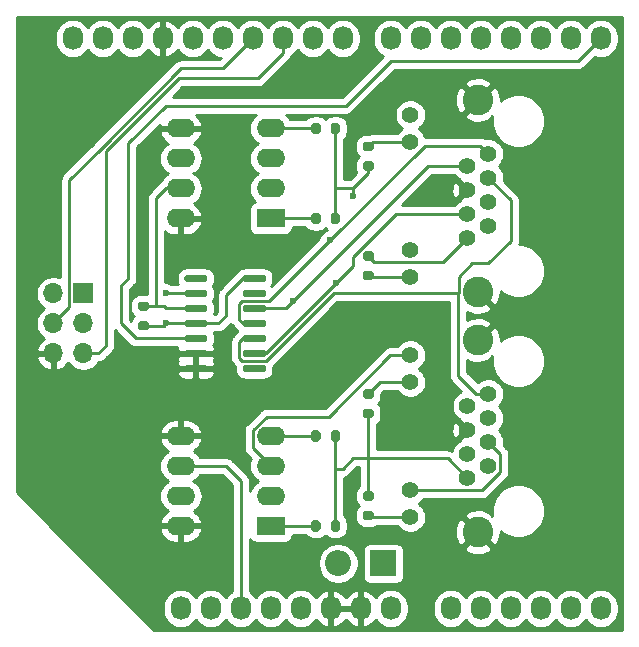
<source format=gtl>
G04 #@! TF.GenerationSoftware,KiCad,Pcbnew,(5.1.9)-1*
G04 #@! TF.CreationDate,2021-06-10T00:36:34+02:00*
G04 #@! TF.ProjectId,shield,73686965-6c64-42e6-9b69-6361645f7063,rev?*
G04 #@! TF.SameCoordinates,Original*
G04 #@! TF.FileFunction,Copper,L1,Top*
G04 #@! TF.FilePolarity,Positive*
%FSLAX46Y46*%
G04 Gerber Fmt 4.6, Leading zero omitted, Abs format (unit mm)*
G04 Created by KiCad (PCBNEW (5.1.9)-1) date 2021-06-10 00:36:34*
%MOMM*%
%LPD*%
G01*
G04 APERTURE LIST*
G04 #@! TA.AperFunction,ComponentPad*
%ADD10C,1.400000*%
G04 #@! TD*
G04 #@! TA.AperFunction,ComponentPad*
%ADD11C,2.600000*%
G04 #@! TD*
G04 #@! TA.AperFunction,ComponentPad*
%ADD12O,2.200000X2.200000*%
G04 #@! TD*
G04 #@! TA.AperFunction,ComponentPad*
%ADD13R,2.200000X2.200000*%
G04 #@! TD*
G04 #@! TA.AperFunction,ComponentPad*
%ADD14R,1.700000X1.700000*%
G04 #@! TD*
G04 #@! TA.AperFunction,ComponentPad*
%ADD15O,1.700000X1.700000*%
G04 #@! TD*
G04 #@! TA.AperFunction,ComponentPad*
%ADD16O,2.400000X1.600000*%
G04 #@! TD*
G04 #@! TA.AperFunction,ComponentPad*
%ADD17R,2.400000X1.600000*%
G04 #@! TD*
G04 #@! TA.AperFunction,ComponentPad*
%ADD18O,1.727200X2.032000*%
G04 #@! TD*
G04 #@! TA.AperFunction,ViaPad*
%ADD19C,0.600000*%
G04 #@! TD*
G04 #@! TA.AperFunction,Conductor*
%ADD20C,0.250000*%
G04 #@! TD*
G04 #@! TA.AperFunction,Conductor*
%ADD21C,0.254000*%
G04 #@! TD*
G04 #@! TA.AperFunction,Conductor*
%ADD22C,0.100000*%
G04 #@! TD*
G04 APERTURE END LIST*
D10*
X158373000Y-116090000D03*
X158373000Y-113800000D03*
X158373000Y-104660000D03*
X158373000Y-102370000D03*
X163193000Y-112800000D03*
X164973000Y-111780000D03*
X163193000Y-110760000D03*
X164973000Y-109740000D03*
X163193000Y-108720000D03*
X164973000Y-107700000D03*
X163193000Y-106680000D03*
X164973000Y-105660000D03*
D11*
X164083000Y-101100000D03*
X164083000Y-117360000D03*
D12*
X152273000Y-120015000D03*
D13*
X156083000Y-120015000D03*
G04 #@! TA.AperFunction,SMDPad,CuDef*
G36*
G01*
X144183000Y-96035000D02*
X144183000Y-95735000D01*
G75*
G02*
X144333000Y-95585000I150000J0D01*
G01*
X145983000Y-95585000D01*
G75*
G02*
X146133000Y-95735000I0J-150000D01*
G01*
X146133000Y-96035000D01*
G75*
G02*
X145983000Y-96185000I-150000J0D01*
G01*
X144333000Y-96185000D01*
G75*
G02*
X144183000Y-96035000I0J150000D01*
G01*
G37*
G04 #@! TD.AperFunction*
G04 #@! TA.AperFunction,SMDPad,CuDef*
G36*
G01*
X144183000Y-97305000D02*
X144183000Y-97005000D01*
G75*
G02*
X144333000Y-96855000I150000J0D01*
G01*
X145983000Y-96855000D01*
G75*
G02*
X146133000Y-97005000I0J-150000D01*
G01*
X146133000Y-97305000D01*
G75*
G02*
X145983000Y-97455000I-150000J0D01*
G01*
X144333000Y-97455000D01*
G75*
G02*
X144183000Y-97305000I0J150000D01*
G01*
G37*
G04 #@! TD.AperFunction*
G04 #@! TA.AperFunction,SMDPad,CuDef*
G36*
G01*
X144183000Y-98575000D02*
X144183000Y-98275000D01*
G75*
G02*
X144333000Y-98125000I150000J0D01*
G01*
X145983000Y-98125000D01*
G75*
G02*
X146133000Y-98275000I0J-150000D01*
G01*
X146133000Y-98575000D01*
G75*
G02*
X145983000Y-98725000I-150000J0D01*
G01*
X144333000Y-98725000D01*
G75*
G02*
X144183000Y-98575000I0J150000D01*
G01*
G37*
G04 #@! TD.AperFunction*
G04 #@! TA.AperFunction,SMDPad,CuDef*
G36*
G01*
X144183000Y-99845000D02*
X144183000Y-99545000D01*
G75*
G02*
X144333000Y-99395000I150000J0D01*
G01*
X145983000Y-99395000D01*
G75*
G02*
X146133000Y-99545000I0J-150000D01*
G01*
X146133000Y-99845000D01*
G75*
G02*
X145983000Y-99995000I-150000J0D01*
G01*
X144333000Y-99995000D01*
G75*
G02*
X144183000Y-99845000I0J150000D01*
G01*
G37*
G04 #@! TD.AperFunction*
G04 #@! TA.AperFunction,SMDPad,CuDef*
G36*
G01*
X144183000Y-101115000D02*
X144183000Y-100815000D01*
G75*
G02*
X144333000Y-100665000I150000J0D01*
G01*
X145983000Y-100665000D01*
G75*
G02*
X146133000Y-100815000I0J-150000D01*
G01*
X146133000Y-101115000D01*
G75*
G02*
X145983000Y-101265000I-150000J0D01*
G01*
X144333000Y-101265000D01*
G75*
G02*
X144183000Y-101115000I0J150000D01*
G01*
G37*
G04 #@! TD.AperFunction*
G04 #@! TA.AperFunction,SMDPad,CuDef*
G36*
G01*
X144183000Y-102385000D02*
X144183000Y-102085000D01*
G75*
G02*
X144333000Y-101935000I150000J0D01*
G01*
X145983000Y-101935000D01*
G75*
G02*
X146133000Y-102085000I0J-150000D01*
G01*
X146133000Y-102385000D01*
G75*
G02*
X145983000Y-102535000I-150000J0D01*
G01*
X144333000Y-102535000D01*
G75*
G02*
X144183000Y-102385000I0J150000D01*
G01*
G37*
G04 #@! TD.AperFunction*
G04 #@! TA.AperFunction,SMDPad,CuDef*
G36*
G01*
X144183000Y-103655000D02*
X144183000Y-103355000D01*
G75*
G02*
X144333000Y-103205000I150000J0D01*
G01*
X145983000Y-103205000D01*
G75*
G02*
X146133000Y-103355000I0J-150000D01*
G01*
X146133000Y-103655000D01*
G75*
G02*
X145983000Y-103805000I-150000J0D01*
G01*
X144333000Y-103805000D01*
G75*
G02*
X144183000Y-103655000I0J150000D01*
G01*
G37*
G04 #@! TD.AperFunction*
G04 #@! TA.AperFunction,SMDPad,CuDef*
G36*
G01*
X139233000Y-103655000D02*
X139233000Y-103355000D01*
G75*
G02*
X139383000Y-103205000I150000J0D01*
G01*
X141033000Y-103205000D01*
G75*
G02*
X141183000Y-103355000I0J-150000D01*
G01*
X141183000Y-103655000D01*
G75*
G02*
X141033000Y-103805000I-150000J0D01*
G01*
X139383000Y-103805000D01*
G75*
G02*
X139233000Y-103655000I0J150000D01*
G01*
G37*
G04 #@! TD.AperFunction*
G04 #@! TA.AperFunction,SMDPad,CuDef*
G36*
G01*
X139233000Y-102385000D02*
X139233000Y-102085000D01*
G75*
G02*
X139383000Y-101935000I150000J0D01*
G01*
X141033000Y-101935000D01*
G75*
G02*
X141183000Y-102085000I0J-150000D01*
G01*
X141183000Y-102385000D01*
G75*
G02*
X141033000Y-102535000I-150000J0D01*
G01*
X139383000Y-102535000D01*
G75*
G02*
X139233000Y-102385000I0J150000D01*
G01*
G37*
G04 #@! TD.AperFunction*
G04 #@! TA.AperFunction,SMDPad,CuDef*
G36*
G01*
X139233000Y-101115000D02*
X139233000Y-100815000D01*
G75*
G02*
X139383000Y-100665000I150000J0D01*
G01*
X141033000Y-100665000D01*
G75*
G02*
X141183000Y-100815000I0J-150000D01*
G01*
X141183000Y-101115000D01*
G75*
G02*
X141033000Y-101265000I-150000J0D01*
G01*
X139383000Y-101265000D01*
G75*
G02*
X139233000Y-101115000I0J150000D01*
G01*
G37*
G04 #@! TD.AperFunction*
G04 #@! TA.AperFunction,SMDPad,CuDef*
G36*
G01*
X139233000Y-99845000D02*
X139233000Y-99545000D01*
G75*
G02*
X139383000Y-99395000I150000J0D01*
G01*
X141033000Y-99395000D01*
G75*
G02*
X141183000Y-99545000I0J-150000D01*
G01*
X141183000Y-99845000D01*
G75*
G02*
X141033000Y-99995000I-150000J0D01*
G01*
X139383000Y-99995000D01*
G75*
G02*
X139233000Y-99845000I0J150000D01*
G01*
G37*
G04 #@! TD.AperFunction*
G04 #@! TA.AperFunction,SMDPad,CuDef*
G36*
G01*
X139233000Y-98575000D02*
X139233000Y-98275000D01*
G75*
G02*
X139383000Y-98125000I150000J0D01*
G01*
X141033000Y-98125000D01*
G75*
G02*
X141183000Y-98275000I0J-150000D01*
G01*
X141183000Y-98575000D01*
G75*
G02*
X141033000Y-98725000I-150000J0D01*
G01*
X139383000Y-98725000D01*
G75*
G02*
X139233000Y-98575000I0J150000D01*
G01*
G37*
G04 #@! TD.AperFunction*
G04 #@! TA.AperFunction,SMDPad,CuDef*
G36*
G01*
X139233000Y-97305000D02*
X139233000Y-97005000D01*
G75*
G02*
X139383000Y-96855000I150000J0D01*
G01*
X141033000Y-96855000D01*
G75*
G02*
X141183000Y-97005000I0J-150000D01*
G01*
X141183000Y-97305000D01*
G75*
G02*
X141033000Y-97455000I-150000J0D01*
G01*
X139383000Y-97455000D01*
G75*
G02*
X139233000Y-97305000I0J150000D01*
G01*
G37*
G04 #@! TD.AperFunction*
G04 #@! TA.AperFunction,SMDPad,CuDef*
G36*
G01*
X139233000Y-96035000D02*
X139233000Y-95735000D01*
G75*
G02*
X139383000Y-95585000I150000J0D01*
G01*
X141033000Y-95585000D01*
G75*
G02*
X141183000Y-95735000I0J-150000D01*
G01*
X141183000Y-96035000D01*
G75*
G02*
X141033000Y-96185000I-150000J0D01*
G01*
X139383000Y-96185000D01*
G75*
G02*
X139233000Y-96035000I0J150000D01*
G01*
G37*
G04 #@! TD.AperFunction*
D14*
X130683000Y-97155000D03*
D15*
X128143000Y-97155000D03*
X130683000Y-99695000D03*
X128143000Y-99695000D03*
X130683000Y-102235000D03*
X128143000Y-102235000D03*
G04 #@! TA.AperFunction,SMDPad,CuDef*
G36*
G01*
X155088000Y-106065000D02*
X154538000Y-106065000D01*
G75*
G02*
X154338000Y-105865000I0J200000D01*
G01*
X154338000Y-105465000D01*
G75*
G02*
X154538000Y-105265000I200000J0D01*
G01*
X155088000Y-105265000D01*
G75*
G02*
X155288000Y-105465000I0J-200000D01*
G01*
X155288000Y-105865000D01*
G75*
G02*
X155088000Y-106065000I-200000J0D01*
G01*
G37*
G04 #@! TD.AperFunction*
G04 #@! TA.AperFunction,SMDPad,CuDef*
G36*
G01*
X155088000Y-107715000D02*
X154538000Y-107715000D01*
G75*
G02*
X154338000Y-107515000I0J200000D01*
G01*
X154338000Y-107115000D01*
G75*
G02*
X154538000Y-106915000I200000J0D01*
G01*
X155088000Y-106915000D01*
G75*
G02*
X155288000Y-107115000I0J-200000D01*
G01*
X155288000Y-107515000D01*
G75*
G02*
X155088000Y-107715000I-200000J0D01*
G01*
G37*
G04 #@! TD.AperFunction*
G04 #@! TA.AperFunction,SMDPad,CuDef*
G36*
G01*
X154538000Y-115550000D02*
X155088000Y-115550000D01*
G75*
G02*
X155288000Y-115750000I0J-200000D01*
G01*
X155288000Y-116150000D01*
G75*
G02*
X155088000Y-116350000I-200000J0D01*
G01*
X154538000Y-116350000D01*
G75*
G02*
X154338000Y-116150000I0J200000D01*
G01*
X154338000Y-115750000D01*
G75*
G02*
X154538000Y-115550000I200000J0D01*
G01*
G37*
G04 #@! TD.AperFunction*
G04 #@! TA.AperFunction,SMDPad,CuDef*
G36*
G01*
X154538000Y-113900000D02*
X155088000Y-113900000D01*
G75*
G02*
X155288000Y-114100000I0J-200000D01*
G01*
X155288000Y-114500000D01*
G75*
G02*
X155088000Y-114700000I-200000J0D01*
G01*
X154538000Y-114700000D01*
G75*
G02*
X154338000Y-114500000I0J200000D01*
G01*
X154338000Y-114100000D01*
G75*
G02*
X154538000Y-113900000I200000J0D01*
G01*
G37*
G04 #@! TD.AperFunction*
G04 #@! TA.AperFunction,SMDPad,CuDef*
G36*
G01*
X150768000Y-108945000D02*
X150768000Y-109495000D01*
G75*
G02*
X150568000Y-109695000I-200000J0D01*
G01*
X150168000Y-109695000D01*
G75*
G02*
X149968000Y-109495000I0J200000D01*
G01*
X149968000Y-108945000D01*
G75*
G02*
X150168000Y-108745000I200000J0D01*
G01*
X150568000Y-108745000D01*
G75*
G02*
X150768000Y-108945000I0J-200000D01*
G01*
G37*
G04 #@! TD.AperFunction*
G04 #@! TA.AperFunction,SMDPad,CuDef*
G36*
G01*
X152418000Y-108945000D02*
X152418000Y-109495000D01*
G75*
G02*
X152218000Y-109695000I-200000J0D01*
G01*
X151818000Y-109695000D01*
G75*
G02*
X151618000Y-109495000I0J200000D01*
G01*
X151618000Y-108945000D01*
G75*
G02*
X151818000Y-108745000I200000J0D01*
G01*
X152218000Y-108745000D01*
G75*
G02*
X152418000Y-108945000I0J-200000D01*
G01*
G37*
G04 #@! TD.AperFunction*
G04 #@! TA.AperFunction,SMDPad,CuDef*
G36*
G01*
X150768000Y-116565000D02*
X150768000Y-117115000D01*
G75*
G02*
X150568000Y-117315000I-200000J0D01*
G01*
X150168000Y-117315000D01*
G75*
G02*
X149968000Y-117115000I0J200000D01*
G01*
X149968000Y-116565000D01*
G75*
G02*
X150168000Y-116365000I200000J0D01*
G01*
X150568000Y-116365000D01*
G75*
G02*
X150768000Y-116565000I0J-200000D01*
G01*
G37*
G04 #@! TD.AperFunction*
G04 #@! TA.AperFunction,SMDPad,CuDef*
G36*
G01*
X152418000Y-116565000D02*
X152418000Y-117115000D01*
G75*
G02*
X152218000Y-117315000I-200000J0D01*
G01*
X151818000Y-117315000D01*
G75*
G02*
X151618000Y-117115000I0J200000D01*
G01*
X151618000Y-116565000D01*
G75*
G02*
X151818000Y-116365000I200000J0D01*
G01*
X152218000Y-116365000D01*
G75*
G02*
X152418000Y-116565000I0J-200000D01*
G01*
G37*
G04 #@! TD.AperFunction*
G04 #@! TA.AperFunction,SMDPad,CuDef*
G36*
G01*
X155088000Y-85110000D02*
X154538000Y-85110000D01*
G75*
G02*
X154338000Y-84910000I0J200000D01*
G01*
X154338000Y-84510000D01*
G75*
G02*
X154538000Y-84310000I200000J0D01*
G01*
X155088000Y-84310000D01*
G75*
G02*
X155288000Y-84510000I0J-200000D01*
G01*
X155288000Y-84910000D01*
G75*
G02*
X155088000Y-85110000I-200000J0D01*
G01*
G37*
G04 #@! TD.AperFunction*
G04 #@! TA.AperFunction,SMDPad,CuDef*
G36*
G01*
X155088000Y-86760000D02*
X154538000Y-86760000D01*
G75*
G02*
X154338000Y-86560000I0J200000D01*
G01*
X154338000Y-86160000D01*
G75*
G02*
X154538000Y-85960000I200000J0D01*
G01*
X155088000Y-85960000D01*
G75*
G02*
X155288000Y-86160000I0J-200000D01*
G01*
X155288000Y-86560000D01*
G75*
G02*
X155088000Y-86760000I-200000J0D01*
G01*
G37*
G04 #@! TD.AperFunction*
G04 #@! TA.AperFunction,SMDPad,CuDef*
G36*
G01*
X154538000Y-95230000D02*
X155088000Y-95230000D01*
G75*
G02*
X155288000Y-95430000I0J-200000D01*
G01*
X155288000Y-95830000D01*
G75*
G02*
X155088000Y-96030000I-200000J0D01*
G01*
X154538000Y-96030000D01*
G75*
G02*
X154338000Y-95830000I0J200000D01*
G01*
X154338000Y-95430000D01*
G75*
G02*
X154538000Y-95230000I200000J0D01*
G01*
G37*
G04 #@! TD.AperFunction*
G04 #@! TA.AperFunction,SMDPad,CuDef*
G36*
G01*
X154538000Y-93580000D02*
X155088000Y-93580000D01*
G75*
G02*
X155288000Y-93780000I0J-200000D01*
G01*
X155288000Y-94180000D01*
G75*
G02*
X155088000Y-94380000I-200000J0D01*
G01*
X154538000Y-94380000D01*
G75*
G02*
X154338000Y-94180000I0J200000D01*
G01*
X154338000Y-93780000D01*
G75*
G02*
X154538000Y-93580000I200000J0D01*
G01*
G37*
G04 #@! TD.AperFunction*
G04 #@! TA.AperFunction,SMDPad,CuDef*
G36*
G01*
X150768000Y-82910000D02*
X150768000Y-83460000D01*
G75*
G02*
X150568000Y-83660000I-200000J0D01*
G01*
X150168000Y-83660000D01*
G75*
G02*
X149968000Y-83460000I0J200000D01*
G01*
X149968000Y-82910000D01*
G75*
G02*
X150168000Y-82710000I200000J0D01*
G01*
X150568000Y-82710000D01*
G75*
G02*
X150768000Y-82910000I0J-200000D01*
G01*
G37*
G04 #@! TD.AperFunction*
G04 #@! TA.AperFunction,SMDPad,CuDef*
G36*
G01*
X152418000Y-82910000D02*
X152418000Y-83460000D01*
G75*
G02*
X152218000Y-83660000I-200000J0D01*
G01*
X151818000Y-83660000D01*
G75*
G02*
X151618000Y-83460000I0J200000D01*
G01*
X151618000Y-82910000D01*
G75*
G02*
X151818000Y-82710000I200000J0D01*
G01*
X152218000Y-82710000D01*
G75*
G02*
X152418000Y-82910000I0J-200000D01*
G01*
G37*
G04 #@! TD.AperFunction*
G04 #@! TA.AperFunction,SMDPad,CuDef*
G36*
G01*
X136038000Y-98635000D02*
X135488000Y-98635000D01*
G75*
G02*
X135288000Y-98435000I0J200000D01*
G01*
X135288000Y-98035000D01*
G75*
G02*
X135488000Y-97835000I200000J0D01*
G01*
X136038000Y-97835000D01*
G75*
G02*
X136238000Y-98035000I0J-200000D01*
G01*
X136238000Y-98435000D01*
G75*
G02*
X136038000Y-98635000I-200000J0D01*
G01*
G37*
G04 #@! TD.AperFunction*
G04 #@! TA.AperFunction,SMDPad,CuDef*
G36*
G01*
X136038000Y-100285000D02*
X135488000Y-100285000D01*
G75*
G02*
X135288000Y-100085000I0J200000D01*
G01*
X135288000Y-99685000D01*
G75*
G02*
X135488000Y-99485000I200000J0D01*
G01*
X136038000Y-99485000D01*
G75*
G02*
X136238000Y-99685000I0J-200000D01*
G01*
X136238000Y-100085000D01*
G75*
G02*
X136038000Y-100285000I-200000J0D01*
G01*
G37*
G04 #@! TD.AperFunction*
G04 #@! TA.AperFunction,SMDPad,CuDef*
G36*
G01*
X150768000Y-90530000D02*
X150768000Y-91080000D01*
G75*
G02*
X150568000Y-91280000I-200000J0D01*
G01*
X150168000Y-91280000D01*
G75*
G02*
X149968000Y-91080000I0J200000D01*
G01*
X149968000Y-90530000D01*
G75*
G02*
X150168000Y-90330000I200000J0D01*
G01*
X150568000Y-90330000D01*
G75*
G02*
X150768000Y-90530000I0J-200000D01*
G01*
G37*
G04 #@! TD.AperFunction*
G04 #@! TA.AperFunction,SMDPad,CuDef*
G36*
G01*
X152418000Y-90530000D02*
X152418000Y-91080000D01*
G75*
G02*
X152218000Y-91280000I-200000J0D01*
G01*
X151818000Y-91280000D01*
G75*
G02*
X151618000Y-91080000I0J200000D01*
G01*
X151618000Y-90530000D01*
G75*
G02*
X151818000Y-90330000I200000J0D01*
G01*
X152218000Y-90330000D01*
G75*
G02*
X152418000Y-90530000I0J-200000D01*
G01*
G37*
G04 #@! TD.AperFunction*
D16*
X138938000Y-116840000D03*
X146558000Y-109220000D03*
X138938000Y-114300000D03*
X146558000Y-111760000D03*
X138938000Y-111760000D03*
X146558000Y-114300000D03*
X138938000Y-109220000D03*
D17*
X146558000Y-116840000D03*
D16*
X138938000Y-90805000D03*
X146558000Y-83185000D03*
X138938000Y-88265000D03*
X146558000Y-85725000D03*
X138938000Y-85725000D03*
X146558000Y-88265000D03*
X138938000Y-83185000D03*
D17*
X146558000Y-90805000D03*
D10*
X158373000Y-95760000D03*
X158373000Y-93470000D03*
X158373000Y-84330000D03*
X158373000Y-82040000D03*
X163193000Y-92470000D03*
X164973000Y-91450000D03*
X163193000Y-90430000D03*
X164973000Y-89410000D03*
X163193000Y-88390000D03*
X164973000Y-87370000D03*
X163193000Y-86350000D03*
X164973000Y-85330000D03*
D11*
X164083000Y-80770000D03*
X164083000Y-97030000D03*
D18*
X138938000Y-123825000D03*
X141478000Y-123825000D03*
X144018000Y-123825000D03*
X146558000Y-123825000D03*
X149098000Y-123825000D03*
X151638000Y-123825000D03*
X154178000Y-123825000D03*
X156718000Y-123825000D03*
X161798000Y-123825000D03*
X164338000Y-123825000D03*
X166878000Y-123825000D03*
X169418000Y-123825000D03*
X171958000Y-123825000D03*
X174498000Y-123825000D03*
X129794000Y-75565000D03*
X132334000Y-75565000D03*
X134874000Y-75565000D03*
X137414000Y-75565000D03*
X139954000Y-75565000D03*
X142494000Y-75565000D03*
X145034000Y-75565000D03*
X147574000Y-75565000D03*
X150114000Y-75565000D03*
X152654000Y-75565000D03*
X156718000Y-75565000D03*
X159258000Y-75565000D03*
X161798000Y-75565000D03*
X164338000Y-75565000D03*
X166878000Y-75565000D03*
X169418000Y-75565000D03*
X171958000Y-75565000D03*
X174498000Y-75565000D03*
D19*
X137668000Y-97155000D03*
X153543000Y-88900000D03*
X137668000Y-99695000D03*
X152060500Y-96307500D03*
X148463000Y-97790000D03*
X151574001Y-92646001D03*
D20*
X142748000Y-111760000D02*
X144018000Y-113030000D01*
X144018000Y-113030000D02*
X144018000Y-123825000D01*
X138938000Y-111760000D02*
X142748000Y-111760000D01*
X140208000Y-97155000D02*
X137668000Y-97155000D01*
X172593000Y-77470000D02*
X174498000Y-75565000D01*
X156718000Y-77470000D02*
X172593000Y-77470000D01*
X152908000Y-81280000D02*
X156718000Y-77470000D01*
X137668000Y-81280000D02*
X152908000Y-81280000D01*
X134493000Y-84455000D02*
X137668000Y-81280000D01*
X134493000Y-95885000D02*
X134493000Y-84455000D01*
X133858000Y-96520000D02*
X134493000Y-95885000D01*
X133858000Y-99695000D02*
X133858000Y-96520000D01*
X135128000Y-100965000D02*
X133858000Y-99695000D01*
X140208000Y-100965000D02*
X135128000Y-100965000D01*
X131953000Y-102235000D02*
X130683000Y-102235000D01*
X145476500Y-78928500D02*
X138749500Y-78928500D01*
X132588000Y-101600000D02*
X131953000Y-102235000D01*
X147574000Y-75565000D02*
X147574000Y-76831000D01*
X138749500Y-78928500D02*
X132588000Y-85090000D01*
X147574000Y-76831000D02*
X145476500Y-78928500D01*
X132588000Y-85090000D02*
X132588000Y-101600000D01*
X138936589Y-78105000D02*
X142494000Y-78105000D01*
X142494000Y-78105000D02*
X145034000Y-75565000D01*
X132137989Y-84905011D02*
X132137989Y-84903600D01*
X132137989Y-84903600D02*
X138936589Y-78105000D01*
X129507999Y-87535001D02*
X132137989Y-84905011D01*
X129507999Y-98330001D02*
X129507999Y-87535001D01*
X128143000Y-99695000D02*
X129507999Y-98330001D01*
X154943000Y-95760000D02*
X154813000Y-95630000D01*
X158373000Y-95760000D02*
X154943000Y-95760000D01*
X155193000Y-84330000D02*
X154813000Y-84710000D01*
X158373000Y-84330000D02*
X155193000Y-84330000D01*
X161167999Y-94495001D02*
X163193000Y-92470000D01*
X155328001Y-94495001D02*
X161167999Y-94495001D01*
X154813000Y-93980000D02*
X155328001Y-94495001D01*
X154813000Y-86360000D02*
X154813000Y-86995000D01*
X154813000Y-86995000D02*
X153798000Y-88010000D01*
X152018000Y-88010000D02*
X152018000Y-90805000D01*
X152018000Y-83185000D02*
X152018000Y-88010000D01*
X153543000Y-88265000D02*
X153798000Y-88010000D01*
X153543000Y-88900000D02*
X153543000Y-88265000D01*
X152018000Y-88265000D02*
X152018000Y-88010000D01*
X153543000Y-88265000D02*
X152018000Y-88265000D01*
X135763000Y-99885000D02*
X137478000Y-99885000D01*
X137668000Y-99695000D02*
X140208000Y-99695000D01*
X137478000Y-99885000D02*
X137668000Y-99695000D01*
X144183000Y-95885000D02*
X142748000Y-97320000D01*
X145158000Y-95885000D02*
X144183000Y-95885000D01*
X142748000Y-97320000D02*
X142748000Y-99060000D01*
X142113000Y-99695000D02*
X140208000Y-99695000D01*
X142748000Y-99060000D02*
X142113000Y-99695000D01*
X157145522Y-90430000D02*
X163193000Y-90430000D01*
X153543000Y-94032522D02*
X157145522Y-90430000D01*
X153543000Y-94825000D02*
X153543000Y-94032522D01*
X145158000Y-102235000D02*
X146133000Y-102235000D01*
X152060500Y-96307500D02*
X153543000Y-94825000D01*
X146133000Y-102235000D02*
X152060500Y-96307500D01*
X164973000Y-105660000D02*
X163953000Y-105660000D01*
X163953000Y-105660000D02*
X162433000Y-104140000D01*
X144183000Y-100965000D02*
X145158000Y-100965000D01*
X143857990Y-101290010D02*
X144183000Y-100965000D01*
X144136242Y-102860010D02*
X143857990Y-102581758D01*
X143857990Y-102581758D02*
X143857990Y-101290010D01*
X146179758Y-102860010D02*
X144136242Y-102860010D01*
X151884768Y-97155000D02*
X146179758Y-102860010D01*
X162433000Y-97155000D02*
X151884768Y-97155000D01*
X162433000Y-104140000D02*
X162433000Y-97155000D01*
X166878000Y-92710000D02*
X166878000Y-89275000D01*
X164973000Y-94615000D02*
X166878000Y-92710000D01*
X163580499Y-94615000D02*
X164973000Y-94615000D01*
X166878000Y-89275000D02*
X164973000Y-87370000D01*
X162457999Y-95737500D02*
X163580499Y-94615000D01*
X162457999Y-97130001D02*
X162457999Y-95737500D01*
X162433000Y-97155000D02*
X162457999Y-97130001D01*
X159903000Y-86350000D02*
X163193000Y-86350000D01*
X145158000Y-98425000D02*
X147828000Y-98425000D01*
X148463000Y-97790000D02*
X159903000Y-86350000D01*
X147828000Y-98425000D02*
X148463000Y-97790000D01*
X164273001Y-84630001D02*
X164973000Y-85330000D01*
X159590001Y-84630001D02*
X164273001Y-84630001D01*
X144136242Y-97799990D02*
X146420012Y-97799990D01*
X143857990Y-98078242D02*
X144136242Y-97799990D01*
X143857990Y-99369990D02*
X143857990Y-98078242D01*
X144183000Y-99695000D02*
X143857990Y-99369990D01*
X145158000Y-99695000D02*
X144183000Y-99695000D01*
X151574001Y-92646001D02*
X159590001Y-84630001D01*
X146420012Y-97799990D02*
X151574001Y-92646001D01*
X154953000Y-116090000D02*
X154813000Y-115950000D01*
X158373000Y-116090000D02*
X154953000Y-116090000D01*
X158398001Y-113825001D02*
X158373000Y-113800000D01*
X164445001Y-113825001D02*
X158398001Y-113825001D01*
X165998001Y-112272001D02*
X164445001Y-113825001D01*
X165998001Y-110765001D02*
X165998001Y-112272001D01*
X164973000Y-109740000D02*
X165998001Y-110765001D01*
X145032990Y-110234990D02*
X146558000Y-111760000D01*
X145032990Y-108754006D02*
X145032990Y-110234990D01*
X151446027Y-107589498D02*
X146197498Y-107589498D01*
X156665525Y-102370000D02*
X151446027Y-107589498D01*
X146197498Y-107589498D02*
X145032990Y-108754006D01*
X158373000Y-102370000D02*
X156665525Y-102370000D01*
X155818000Y-104660000D02*
X154813000Y-105665000D01*
X158373000Y-104660000D02*
X155818000Y-104660000D01*
X152018000Y-112015000D02*
X152653000Y-112015000D01*
X152018000Y-116840000D02*
X152018000Y-112015000D01*
X152018000Y-112015000D02*
X152018000Y-109220000D01*
X153543000Y-111125000D02*
X154813000Y-111125000D01*
X152653000Y-112015000D02*
X153543000Y-111125000D01*
X154813000Y-111125000D02*
X154813000Y-114300000D01*
X154813000Y-107315000D02*
X154813000Y-111125000D01*
X161518000Y-111125000D02*
X154813000Y-111125000D01*
X163193000Y-112800000D02*
X161518000Y-111125000D01*
X150368000Y-83185000D02*
X146558000Y-83185000D01*
X140208000Y-98425000D02*
X137668000Y-98425000D01*
X137668000Y-98425000D02*
X137478000Y-98235000D01*
X136843000Y-98235000D02*
X136843000Y-89090000D01*
X137478000Y-98235000D02*
X136843000Y-98235000D01*
X136843000Y-98235000D02*
X135763000Y-98235000D01*
X137668000Y-88265000D02*
X138938000Y-88265000D01*
X136843000Y-89090000D02*
X137668000Y-88265000D01*
X150368000Y-90805000D02*
X146558000Y-90805000D01*
X150368000Y-109220000D02*
X146558000Y-109220000D01*
X146558000Y-116840000D02*
X150368000Y-116840000D01*
D21*
X176328000Y-86013876D02*
X176328001Y-86013886D01*
X176328000Y-123859876D01*
X176328001Y-123859886D01*
X176328000Y-125655000D01*
X136692091Y-125655000D01*
X128226130Y-117189039D01*
X137146096Y-117189039D01*
X137163633Y-117271818D01*
X137274285Y-117531646D01*
X137433500Y-117764895D01*
X137635161Y-117962601D01*
X137871517Y-118117166D01*
X138133486Y-118222650D01*
X138411000Y-118275000D01*
X138811000Y-118275000D01*
X138811000Y-116967000D01*
X139065000Y-116967000D01*
X139065000Y-118275000D01*
X139465000Y-118275000D01*
X139742514Y-118222650D01*
X140004483Y-118117166D01*
X140240839Y-117962601D01*
X140442500Y-117764895D01*
X140601715Y-117531646D01*
X140712367Y-117271818D01*
X140729904Y-117189039D01*
X140607915Y-116967000D01*
X139065000Y-116967000D01*
X138811000Y-116967000D01*
X137268085Y-116967000D01*
X137146096Y-117189039D01*
X128226130Y-117189039D01*
X125043000Y-114005909D01*
X125043000Y-108870961D01*
X137146096Y-108870961D01*
X137268085Y-109093000D01*
X138811000Y-109093000D01*
X138811000Y-107785000D01*
X139065000Y-107785000D01*
X139065000Y-109093000D01*
X140607915Y-109093000D01*
X140729904Y-108870961D01*
X140712367Y-108788182D01*
X140601715Y-108528354D01*
X140442500Y-108295105D01*
X140240839Y-108097399D01*
X140004483Y-107942834D01*
X139742514Y-107837350D01*
X139465000Y-107785000D01*
X139065000Y-107785000D01*
X138811000Y-107785000D01*
X138411000Y-107785000D01*
X138133486Y-107837350D01*
X137871517Y-107942834D01*
X137635161Y-108097399D01*
X137433500Y-108295105D01*
X137274285Y-108528354D01*
X137163633Y-108788182D01*
X137146096Y-108870961D01*
X125043000Y-108870961D01*
X125043000Y-103805000D01*
X138594928Y-103805000D01*
X138607188Y-103929482D01*
X138643498Y-104049180D01*
X138702463Y-104159494D01*
X138781815Y-104256185D01*
X138878506Y-104335537D01*
X138988820Y-104394502D01*
X139108518Y-104430812D01*
X139233000Y-104443072D01*
X139922250Y-104440000D01*
X140081000Y-104281250D01*
X140081000Y-103632000D01*
X140335000Y-103632000D01*
X140335000Y-104281250D01*
X140493750Y-104440000D01*
X141183000Y-104443072D01*
X141307482Y-104430812D01*
X141427180Y-104394502D01*
X141537494Y-104335537D01*
X141634185Y-104256185D01*
X141713537Y-104159494D01*
X141772502Y-104049180D01*
X141808812Y-103929482D01*
X141821072Y-103805000D01*
X141818000Y-103790750D01*
X141659250Y-103632000D01*
X140335000Y-103632000D01*
X140081000Y-103632000D01*
X138756750Y-103632000D01*
X138598000Y-103790750D01*
X138594928Y-103805000D01*
X125043000Y-103805000D01*
X125043000Y-102591890D01*
X126701524Y-102591890D01*
X126746175Y-102739099D01*
X126871359Y-103001920D01*
X127045412Y-103235269D01*
X127261645Y-103430178D01*
X127511748Y-103579157D01*
X127786109Y-103676481D01*
X128016000Y-103555814D01*
X128016000Y-102362000D01*
X126822845Y-102362000D01*
X126701524Y-102591890D01*
X125043000Y-102591890D01*
X125043000Y-97008740D01*
X126658000Y-97008740D01*
X126658000Y-97301260D01*
X126715068Y-97588158D01*
X126827010Y-97858411D01*
X126989525Y-98101632D01*
X127196368Y-98308475D01*
X127370760Y-98425000D01*
X127196368Y-98541525D01*
X126989525Y-98748368D01*
X126827010Y-98991589D01*
X126715068Y-99261842D01*
X126658000Y-99548740D01*
X126658000Y-99841260D01*
X126715068Y-100128158D01*
X126827010Y-100398411D01*
X126989525Y-100641632D01*
X127196368Y-100848475D01*
X127378534Y-100970195D01*
X127261645Y-101039822D01*
X127045412Y-101234731D01*
X126871359Y-101468080D01*
X126746175Y-101730901D01*
X126701524Y-101878110D01*
X126822845Y-102108000D01*
X128016000Y-102108000D01*
X128016000Y-102088000D01*
X128270000Y-102088000D01*
X128270000Y-102108000D01*
X128290000Y-102108000D01*
X128290000Y-102362000D01*
X128270000Y-102362000D01*
X128270000Y-103555814D01*
X128499891Y-103676481D01*
X128774252Y-103579157D01*
X129024355Y-103430178D01*
X129240588Y-103235269D01*
X129411900Y-103005594D01*
X129529525Y-103181632D01*
X129736368Y-103388475D01*
X129979589Y-103550990D01*
X130249842Y-103662932D01*
X130536740Y-103720000D01*
X130829260Y-103720000D01*
X131116158Y-103662932D01*
X131386411Y-103550990D01*
X131629632Y-103388475D01*
X131836475Y-103181632D01*
X131959125Y-102998073D01*
X131990322Y-102995000D01*
X131990333Y-102995000D01*
X132101986Y-102984003D01*
X132245247Y-102940546D01*
X132377276Y-102869974D01*
X132493001Y-102775001D01*
X132516803Y-102745998D01*
X132727801Y-102535000D01*
X138594928Y-102535000D01*
X138607188Y-102659482D01*
X138643498Y-102779180D01*
X138692043Y-102870000D01*
X138643498Y-102960820D01*
X138607188Y-103080518D01*
X138594928Y-103205000D01*
X138598000Y-103219250D01*
X138756750Y-103378000D01*
X140081000Y-103378000D01*
X140081000Y-102362000D01*
X140335000Y-102362000D01*
X140335000Y-103378000D01*
X141659250Y-103378000D01*
X141818000Y-103219250D01*
X141821072Y-103205000D01*
X141808812Y-103080518D01*
X141772502Y-102960820D01*
X141723957Y-102870000D01*
X141772502Y-102779180D01*
X141808812Y-102659482D01*
X141821072Y-102535000D01*
X141818000Y-102520750D01*
X141659250Y-102362000D01*
X140335000Y-102362000D01*
X140081000Y-102362000D01*
X138756750Y-102362000D01*
X138598000Y-102520750D01*
X138594928Y-102535000D01*
X132727801Y-102535000D01*
X133099002Y-102163800D01*
X133128001Y-102140001D01*
X133222974Y-102024276D01*
X133293546Y-101892247D01*
X133337003Y-101748986D01*
X133348000Y-101637333D01*
X133351677Y-101600000D01*
X133348000Y-101562667D01*
X133348000Y-100259801D01*
X134564200Y-101476002D01*
X134587999Y-101505001D01*
X134703724Y-101599974D01*
X134835753Y-101670546D01*
X134979014Y-101714003D01*
X135090667Y-101725000D01*
X135090676Y-101725000D01*
X135127999Y-101728676D01*
X135165322Y-101725000D01*
X138633130Y-101725000D01*
X138607188Y-101810518D01*
X138594928Y-101935000D01*
X138598000Y-101949250D01*
X138756750Y-102108000D01*
X140081000Y-102108000D01*
X140081000Y-102088000D01*
X140335000Y-102088000D01*
X140335000Y-102108000D01*
X141659250Y-102108000D01*
X141818000Y-101949250D01*
X141821072Y-101935000D01*
X141808812Y-101810518D01*
X141772502Y-101690820D01*
X141713537Y-101580506D01*
X141689270Y-101550936D01*
X141761084Y-101416582D01*
X141805929Y-101268745D01*
X141821072Y-101115000D01*
X141821072Y-100815000D01*
X141805929Y-100661255D01*
X141761084Y-100513418D01*
X141729859Y-100455000D01*
X142075678Y-100455000D01*
X142113000Y-100458676D01*
X142150322Y-100455000D01*
X142150333Y-100455000D01*
X142261986Y-100444003D01*
X142405247Y-100400546D01*
X142537276Y-100329974D01*
X142653001Y-100235001D01*
X142676803Y-100205998D01*
X143176173Y-99706629D01*
X143223016Y-99794266D01*
X143261583Y-99841260D01*
X143317989Y-99909991D01*
X143346993Y-99933794D01*
X143619196Y-100205997D01*
X143642999Y-100235001D01*
X143659350Y-100248420D01*
X143677742Y-100282829D01*
X143716454Y-100330000D01*
X143677742Y-100377171D01*
X143659350Y-100411580D01*
X143642999Y-100424999D01*
X143619196Y-100454003D01*
X143346988Y-100726211D01*
X143317990Y-100750009D01*
X143294192Y-100779007D01*
X143294191Y-100779008D01*
X143223016Y-100865734D01*
X143152444Y-100997764D01*
X143108988Y-101141025D01*
X143094314Y-101290010D01*
X143097991Y-101327342D01*
X143097990Y-102544435D01*
X143094314Y-102581758D01*
X143097990Y-102619080D01*
X143097990Y-102619090D01*
X143108987Y-102730743D01*
X143136921Y-102822829D01*
X143152444Y-102874004D01*
X143223016Y-103006034D01*
X143262861Y-103054584D01*
X143317989Y-103121759D01*
X143346993Y-103145562D01*
X143545959Y-103344528D01*
X143544928Y-103355000D01*
X143544928Y-103655000D01*
X143560071Y-103808745D01*
X143604916Y-103956582D01*
X143677742Y-104092829D01*
X143775749Y-104212251D01*
X143895171Y-104310258D01*
X144031418Y-104383084D01*
X144179255Y-104427929D01*
X144333000Y-104443072D01*
X145983000Y-104443072D01*
X146136745Y-104427929D01*
X146284582Y-104383084D01*
X146420829Y-104310258D01*
X146540251Y-104212251D01*
X146638258Y-104092829D01*
X146711084Y-103956582D01*
X146755929Y-103808745D01*
X146771072Y-103655000D01*
X146771072Y-103355000D01*
X146770041Y-103344528D01*
X152199570Y-97915000D01*
X161673001Y-97915000D01*
X161673000Y-104102677D01*
X161669324Y-104140000D01*
X161673000Y-104177322D01*
X161673000Y-104177332D01*
X161683997Y-104288985D01*
X161727019Y-104430812D01*
X161727454Y-104432246D01*
X161798026Y-104564276D01*
X161837871Y-104612826D01*
X161892999Y-104680001D01*
X161922003Y-104703804D01*
X162669886Y-105451688D01*
X162560641Y-105496939D01*
X162341987Y-105643038D01*
X162156038Y-105828987D01*
X162009939Y-106047641D01*
X161909304Y-106290595D01*
X161858000Y-106548514D01*
X161858000Y-106811486D01*
X161909304Y-107069405D01*
X162009939Y-107312359D01*
X162156038Y-107531013D01*
X162341987Y-107716962D01*
X162453229Y-107791291D01*
X162451336Y-107798731D01*
X163193000Y-108540395D01*
X163207143Y-108526253D01*
X163386748Y-108705858D01*
X163372605Y-108720000D01*
X163386748Y-108734143D01*
X163207143Y-108913748D01*
X163193000Y-108899605D01*
X162451336Y-109641269D01*
X162453229Y-109648709D01*
X162341987Y-109723038D01*
X162156038Y-109908987D01*
X162009939Y-110127641D01*
X161909304Y-110370595D01*
X161890999Y-110462618D01*
X161810247Y-110419454D01*
X161666986Y-110375997D01*
X161555333Y-110365000D01*
X161555322Y-110365000D01*
X161518000Y-110361324D01*
X161480678Y-110365000D01*
X155573000Y-110365000D01*
X155573000Y-108794473D01*
X161853610Y-108794473D01*
X161893875Y-109054344D01*
X161984065Y-109301366D01*
X162037963Y-109402203D01*
X162271731Y-109461664D01*
X163013395Y-108720000D01*
X162271731Y-107978336D01*
X162037963Y-108037797D01*
X161927066Y-108276242D01*
X161864817Y-108531740D01*
X161853610Y-108794473D01*
X155573000Y-108794473D01*
X155573000Y-108195916D01*
X155680606Y-108107606D01*
X155784831Y-107980608D01*
X155862278Y-107835716D01*
X155909969Y-107678500D01*
X155926072Y-107515000D01*
X155926072Y-107115000D01*
X155909969Y-106951500D01*
X155862278Y-106794284D01*
X155784831Y-106649392D01*
X155680606Y-106522394D01*
X155641134Y-106490000D01*
X155680606Y-106457606D01*
X155784831Y-106330608D01*
X155862278Y-106185716D01*
X155909969Y-106028500D01*
X155926072Y-105865000D01*
X155926072Y-105626730D01*
X156132802Y-105420000D01*
X157275225Y-105420000D01*
X157336038Y-105511013D01*
X157521987Y-105696962D01*
X157740641Y-105843061D01*
X157983595Y-105943696D01*
X158241514Y-105995000D01*
X158504486Y-105995000D01*
X158762405Y-105943696D01*
X159005359Y-105843061D01*
X159224013Y-105696962D01*
X159409962Y-105511013D01*
X159556061Y-105292359D01*
X159656696Y-105049405D01*
X159708000Y-104791486D01*
X159708000Y-104528514D01*
X159656696Y-104270595D01*
X159556061Y-104027641D01*
X159409962Y-103808987D01*
X159224013Y-103623038D01*
X159062322Y-103515000D01*
X159224013Y-103406962D01*
X159409962Y-103221013D01*
X159556061Y-103002359D01*
X159656696Y-102759405D01*
X159708000Y-102501486D01*
X159708000Y-102238514D01*
X159656696Y-101980595D01*
X159556061Y-101737641D01*
X159409962Y-101518987D01*
X159224013Y-101333038D01*
X159005359Y-101186939D01*
X158762405Y-101086304D01*
X158504486Y-101035000D01*
X158241514Y-101035000D01*
X157983595Y-101086304D01*
X157740641Y-101186939D01*
X157521987Y-101333038D01*
X157336038Y-101518987D01*
X157275225Y-101610000D01*
X156702848Y-101610000D01*
X156665525Y-101606324D01*
X156628202Y-101610000D01*
X156628192Y-101610000D01*
X156516539Y-101620997D01*
X156373278Y-101664454D01*
X156241249Y-101735026D01*
X156125524Y-101829999D01*
X156101726Y-101858997D01*
X151131226Y-106829498D01*
X146234820Y-106829498D01*
X146197497Y-106825822D01*
X146160175Y-106829498D01*
X146160165Y-106829498D01*
X146048512Y-106840495D01*
X145905251Y-106883952D01*
X145773221Y-106954524D01*
X145690085Y-107022753D01*
X145657497Y-107049497D01*
X145633699Y-107078495D01*
X144521993Y-108190202D01*
X144492989Y-108214005D01*
X144464952Y-108248169D01*
X144398016Y-108329730D01*
X144385485Y-108353174D01*
X144327444Y-108461760D01*
X144283987Y-108605021D01*
X144272990Y-108716674D01*
X144272990Y-108716684D01*
X144269314Y-108754006D01*
X144272990Y-108791329D01*
X144272991Y-110197658D01*
X144269314Y-110234990D01*
X144283988Y-110383975D01*
X144327444Y-110527236D01*
X144398016Y-110659266D01*
X144454153Y-110727668D01*
X144492990Y-110774991D01*
X144521988Y-110798789D01*
X144862592Y-111139393D01*
X144825818Y-111208192D01*
X144743764Y-111478691D01*
X144716057Y-111760000D01*
X144743764Y-112041309D01*
X144825818Y-112311808D01*
X144959068Y-112561101D01*
X145138392Y-112779608D01*
X145356899Y-112958932D01*
X145489858Y-113030000D01*
X145356899Y-113101068D01*
X145138392Y-113280392D01*
X144959068Y-113498899D01*
X144825818Y-113748192D01*
X144778000Y-113905829D01*
X144778000Y-113067322D01*
X144781676Y-113029999D01*
X144778000Y-112992676D01*
X144778000Y-112992667D01*
X144767003Y-112881014D01*
X144723546Y-112737753D01*
X144652974Y-112605724D01*
X144558001Y-112489999D01*
X144529004Y-112466202D01*
X143311804Y-111249003D01*
X143288001Y-111219999D01*
X143172276Y-111125026D01*
X143040247Y-111054454D01*
X142896986Y-111010997D01*
X142785333Y-111000000D01*
X142785322Y-111000000D01*
X142748000Y-110996324D01*
X142710678Y-111000000D01*
X140558901Y-111000000D01*
X140536932Y-110958899D01*
X140357608Y-110740392D01*
X140139101Y-110561068D01*
X140011259Y-110492735D01*
X140240839Y-110342601D01*
X140442500Y-110144895D01*
X140601715Y-109911646D01*
X140712367Y-109651818D01*
X140729904Y-109569039D01*
X140607915Y-109347000D01*
X139065000Y-109347000D01*
X139065000Y-109367000D01*
X138811000Y-109367000D01*
X138811000Y-109347000D01*
X137268085Y-109347000D01*
X137146096Y-109569039D01*
X137163633Y-109651818D01*
X137274285Y-109911646D01*
X137433500Y-110144895D01*
X137635161Y-110342601D01*
X137864741Y-110492735D01*
X137736899Y-110561068D01*
X137518392Y-110740392D01*
X137339068Y-110958899D01*
X137205818Y-111208192D01*
X137123764Y-111478691D01*
X137096057Y-111760000D01*
X137123764Y-112041309D01*
X137205818Y-112311808D01*
X137339068Y-112561101D01*
X137518392Y-112779608D01*
X137736899Y-112958932D01*
X137869858Y-113030000D01*
X137736899Y-113101068D01*
X137518392Y-113280392D01*
X137339068Y-113498899D01*
X137205818Y-113748192D01*
X137123764Y-114018691D01*
X137096057Y-114300000D01*
X137123764Y-114581309D01*
X137205818Y-114851808D01*
X137339068Y-115101101D01*
X137518392Y-115319608D01*
X137736899Y-115498932D01*
X137864741Y-115567265D01*
X137635161Y-115717399D01*
X137433500Y-115915105D01*
X137274285Y-116148354D01*
X137163633Y-116408182D01*
X137146096Y-116490961D01*
X137268085Y-116713000D01*
X138811000Y-116713000D01*
X138811000Y-116693000D01*
X139065000Y-116693000D01*
X139065000Y-116713000D01*
X140607915Y-116713000D01*
X140729904Y-116490961D01*
X140712367Y-116408182D01*
X140601715Y-116148354D01*
X140442500Y-115915105D01*
X140240839Y-115717399D01*
X140011259Y-115567265D01*
X140139101Y-115498932D01*
X140357608Y-115319608D01*
X140536932Y-115101101D01*
X140670182Y-114851808D01*
X140752236Y-114581309D01*
X140779943Y-114300000D01*
X140752236Y-114018691D01*
X140670182Y-113748192D01*
X140536932Y-113498899D01*
X140357608Y-113280392D01*
X140139101Y-113101068D01*
X140006142Y-113030000D01*
X140139101Y-112958932D01*
X140357608Y-112779608D01*
X140536932Y-112561101D01*
X140558901Y-112520000D01*
X142433199Y-112520000D01*
X143258000Y-113344802D01*
X143258001Y-122379584D01*
X143181394Y-122420531D01*
X142953203Y-122607803D01*
X142765931Y-122835995D01*
X142748000Y-122869541D01*
X142730069Y-122835994D01*
X142542797Y-122607803D01*
X142314605Y-122420531D01*
X142054263Y-122281375D01*
X141771776Y-122195684D01*
X141478000Y-122166749D01*
X141184223Y-122195684D01*
X140901736Y-122281375D01*
X140641394Y-122420531D01*
X140413203Y-122607803D01*
X140225931Y-122835995D01*
X140208000Y-122869541D01*
X140190069Y-122835994D01*
X140002797Y-122607803D01*
X139774605Y-122420531D01*
X139514263Y-122281375D01*
X139231776Y-122195684D01*
X138938000Y-122166749D01*
X138644223Y-122195684D01*
X138361736Y-122281375D01*
X138101394Y-122420531D01*
X137873203Y-122607803D01*
X137685931Y-122835995D01*
X137546775Y-123096337D01*
X137461084Y-123378824D01*
X137439400Y-123598982D01*
X137439400Y-124051019D01*
X137461084Y-124271177D01*
X137546775Y-124553664D01*
X137685931Y-124814006D01*
X137873203Y-125042197D01*
X138101395Y-125229469D01*
X138361737Y-125368625D01*
X138644224Y-125454316D01*
X138938000Y-125483251D01*
X139231777Y-125454316D01*
X139514264Y-125368625D01*
X139774606Y-125229469D01*
X140002797Y-125042197D01*
X140190069Y-124814006D01*
X140208000Y-124780459D01*
X140225931Y-124814006D01*
X140413203Y-125042197D01*
X140641395Y-125229469D01*
X140901737Y-125368625D01*
X141184224Y-125454316D01*
X141478000Y-125483251D01*
X141771777Y-125454316D01*
X142054264Y-125368625D01*
X142314606Y-125229469D01*
X142542797Y-125042197D01*
X142730069Y-124814006D01*
X142748000Y-124780459D01*
X142765931Y-124814006D01*
X142953203Y-125042197D01*
X143181395Y-125229469D01*
X143441737Y-125368625D01*
X143724224Y-125454316D01*
X144018000Y-125483251D01*
X144311777Y-125454316D01*
X144594264Y-125368625D01*
X144854606Y-125229469D01*
X145082797Y-125042197D01*
X145270069Y-124814006D01*
X145288000Y-124780459D01*
X145305931Y-124814006D01*
X145493203Y-125042197D01*
X145721395Y-125229469D01*
X145981737Y-125368625D01*
X146264224Y-125454316D01*
X146558000Y-125483251D01*
X146851777Y-125454316D01*
X147134264Y-125368625D01*
X147394606Y-125229469D01*
X147622797Y-125042197D01*
X147810069Y-124814006D01*
X147828000Y-124780459D01*
X147845931Y-124814006D01*
X148033203Y-125042197D01*
X148261395Y-125229469D01*
X148521737Y-125368625D01*
X148804224Y-125454316D01*
X149098000Y-125483251D01*
X149391777Y-125454316D01*
X149674264Y-125368625D01*
X149934606Y-125229469D01*
X150162797Y-125042197D01*
X150350069Y-124814006D01*
X150371424Y-124774053D01*
X150519514Y-124976729D01*
X150735965Y-125175733D01*
X150987081Y-125328686D01*
X151263211Y-125429709D01*
X151278974Y-125432358D01*
X151511000Y-125311217D01*
X151511000Y-123952000D01*
X151765000Y-123952000D01*
X151765000Y-125311217D01*
X151997026Y-125432358D01*
X152012789Y-125429709D01*
X152288919Y-125328686D01*
X152540035Y-125175733D01*
X152756486Y-124976729D01*
X152908000Y-124769367D01*
X153059514Y-124976729D01*
X153275965Y-125175733D01*
X153527081Y-125328686D01*
X153803211Y-125429709D01*
X153818974Y-125432358D01*
X154051000Y-125311217D01*
X154051000Y-123952000D01*
X151765000Y-123952000D01*
X151511000Y-123952000D01*
X151491000Y-123952000D01*
X151491000Y-123698000D01*
X151511000Y-123698000D01*
X151511000Y-122338783D01*
X151765000Y-122338783D01*
X151765000Y-123698000D01*
X154051000Y-123698000D01*
X154051000Y-122338783D01*
X154305000Y-122338783D01*
X154305000Y-123698000D01*
X154325000Y-123698000D01*
X154325000Y-123952000D01*
X154305000Y-123952000D01*
X154305000Y-125311217D01*
X154537026Y-125432358D01*
X154552789Y-125429709D01*
X154828919Y-125328686D01*
X155080035Y-125175733D01*
X155296486Y-124976729D01*
X155444576Y-124774053D01*
X155465931Y-124814006D01*
X155653203Y-125042197D01*
X155881395Y-125229469D01*
X156141737Y-125368625D01*
X156424224Y-125454316D01*
X156718000Y-125483251D01*
X157011777Y-125454316D01*
X157294264Y-125368625D01*
X157554606Y-125229469D01*
X157782797Y-125042197D01*
X157970069Y-124814006D01*
X158109225Y-124553663D01*
X158194916Y-124271176D01*
X158216600Y-124051018D01*
X158216600Y-123598982D01*
X160299400Y-123598982D01*
X160299400Y-124051019D01*
X160321084Y-124271177D01*
X160406775Y-124553664D01*
X160545931Y-124814006D01*
X160733203Y-125042197D01*
X160961395Y-125229469D01*
X161221737Y-125368625D01*
X161504224Y-125454316D01*
X161798000Y-125483251D01*
X162091777Y-125454316D01*
X162374264Y-125368625D01*
X162634606Y-125229469D01*
X162862797Y-125042197D01*
X163050069Y-124814006D01*
X163068000Y-124780459D01*
X163085931Y-124814006D01*
X163273203Y-125042197D01*
X163501395Y-125229469D01*
X163761737Y-125368625D01*
X164044224Y-125454316D01*
X164338000Y-125483251D01*
X164631777Y-125454316D01*
X164914264Y-125368625D01*
X165174606Y-125229469D01*
X165402797Y-125042197D01*
X165590069Y-124814006D01*
X165608000Y-124780459D01*
X165625931Y-124814006D01*
X165813203Y-125042197D01*
X166041395Y-125229469D01*
X166301737Y-125368625D01*
X166584224Y-125454316D01*
X166878000Y-125483251D01*
X167171777Y-125454316D01*
X167454264Y-125368625D01*
X167714606Y-125229469D01*
X167942797Y-125042197D01*
X168130069Y-124814006D01*
X168148000Y-124780459D01*
X168165931Y-124814006D01*
X168353203Y-125042197D01*
X168581395Y-125229469D01*
X168841737Y-125368625D01*
X169124224Y-125454316D01*
X169418000Y-125483251D01*
X169711777Y-125454316D01*
X169994264Y-125368625D01*
X170254606Y-125229469D01*
X170482797Y-125042197D01*
X170670069Y-124814006D01*
X170688000Y-124780459D01*
X170705931Y-124814006D01*
X170893203Y-125042197D01*
X171121395Y-125229469D01*
X171381737Y-125368625D01*
X171664224Y-125454316D01*
X171958000Y-125483251D01*
X172251777Y-125454316D01*
X172534264Y-125368625D01*
X172794606Y-125229469D01*
X173022797Y-125042197D01*
X173210069Y-124814006D01*
X173228000Y-124780459D01*
X173245931Y-124814006D01*
X173433203Y-125042197D01*
X173661395Y-125229469D01*
X173921737Y-125368625D01*
X174204224Y-125454316D01*
X174498000Y-125483251D01*
X174791777Y-125454316D01*
X175074264Y-125368625D01*
X175334606Y-125229469D01*
X175562797Y-125042197D01*
X175750069Y-124814006D01*
X175889225Y-124553663D01*
X175974916Y-124271176D01*
X175996600Y-124051018D01*
X175996600Y-123598981D01*
X175974916Y-123378823D01*
X175889225Y-123096336D01*
X175750069Y-122835994D01*
X175562797Y-122607803D01*
X175334605Y-122420531D01*
X175074263Y-122281375D01*
X174791776Y-122195684D01*
X174498000Y-122166749D01*
X174204223Y-122195684D01*
X173921736Y-122281375D01*
X173661394Y-122420531D01*
X173433203Y-122607803D01*
X173245931Y-122835995D01*
X173228000Y-122869541D01*
X173210069Y-122835994D01*
X173022797Y-122607803D01*
X172794605Y-122420531D01*
X172534263Y-122281375D01*
X172251776Y-122195684D01*
X171958000Y-122166749D01*
X171664223Y-122195684D01*
X171381736Y-122281375D01*
X171121394Y-122420531D01*
X170893203Y-122607803D01*
X170705931Y-122835995D01*
X170688000Y-122869541D01*
X170670069Y-122835994D01*
X170482797Y-122607803D01*
X170254605Y-122420531D01*
X169994263Y-122281375D01*
X169711776Y-122195684D01*
X169418000Y-122166749D01*
X169124223Y-122195684D01*
X168841736Y-122281375D01*
X168581394Y-122420531D01*
X168353203Y-122607803D01*
X168165931Y-122835995D01*
X168148000Y-122869541D01*
X168130069Y-122835994D01*
X167942797Y-122607803D01*
X167714605Y-122420531D01*
X167454263Y-122281375D01*
X167171776Y-122195684D01*
X166878000Y-122166749D01*
X166584223Y-122195684D01*
X166301736Y-122281375D01*
X166041394Y-122420531D01*
X165813203Y-122607803D01*
X165625931Y-122835995D01*
X165608000Y-122869541D01*
X165590069Y-122835994D01*
X165402797Y-122607803D01*
X165174605Y-122420531D01*
X164914263Y-122281375D01*
X164631776Y-122195684D01*
X164338000Y-122166749D01*
X164044223Y-122195684D01*
X163761736Y-122281375D01*
X163501394Y-122420531D01*
X163273203Y-122607803D01*
X163085931Y-122835995D01*
X163068000Y-122869541D01*
X163050069Y-122835994D01*
X162862797Y-122607803D01*
X162634605Y-122420531D01*
X162374263Y-122281375D01*
X162091776Y-122195684D01*
X161798000Y-122166749D01*
X161504223Y-122195684D01*
X161221736Y-122281375D01*
X160961394Y-122420531D01*
X160733203Y-122607803D01*
X160545931Y-122835995D01*
X160406775Y-123096337D01*
X160321084Y-123378824D01*
X160299400Y-123598982D01*
X158216600Y-123598982D01*
X158216600Y-123598981D01*
X158194916Y-123378823D01*
X158109225Y-123096336D01*
X157970069Y-122835994D01*
X157782797Y-122607803D01*
X157554605Y-122420531D01*
X157294263Y-122281375D01*
X157011776Y-122195684D01*
X156718000Y-122166749D01*
X156424223Y-122195684D01*
X156141736Y-122281375D01*
X155881394Y-122420531D01*
X155653203Y-122607803D01*
X155465931Y-122835995D01*
X155444576Y-122875947D01*
X155296486Y-122673271D01*
X155080035Y-122474267D01*
X154828919Y-122321314D01*
X154552789Y-122220291D01*
X154537026Y-122217642D01*
X154305000Y-122338783D01*
X154051000Y-122338783D01*
X153818974Y-122217642D01*
X153803211Y-122220291D01*
X153527081Y-122321314D01*
X153275965Y-122474267D01*
X153059514Y-122673271D01*
X152908000Y-122880633D01*
X152756486Y-122673271D01*
X152540035Y-122474267D01*
X152288919Y-122321314D01*
X152012789Y-122220291D01*
X151997026Y-122217642D01*
X151765000Y-122338783D01*
X151511000Y-122338783D01*
X151278974Y-122217642D01*
X151263211Y-122220291D01*
X150987081Y-122321314D01*
X150735965Y-122474267D01*
X150519514Y-122673271D01*
X150371424Y-122875947D01*
X150350069Y-122835994D01*
X150162797Y-122607803D01*
X149934605Y-122420531D01*
X149674263Y-122281375D01*
X149391776Y-122195684D01*
X149098000Y-122166749D01*
X148804223Y-122195684D01*
X148521736Y-122281375D01*
X148261394Y-122420531D01*
X148033203Y-122607803D01*
X147845931Y-122835995D01*
X147828000Y-122869541D01*
X147810069Y-122835994D01*
X147622797Y-122607803D01*
X147394605Y-122420531D01*
X147134263Y-122281375D01*
X146851776Y-122195684D01*
X146558000Y-122166749D01*
X146264223Y-122195684D01*
X145981736Y-122281375D01*
X145721394Y-122420531D01*
X145493203Y-122607803D01*
X145305931Y-122835995D01*
X145288000Y-122869541D01*
X145270069Y-122835994D01*
X145082797Y-122607803D01*
X144854605Y-122420531D01*
X144778000Y-122379585D01*
X144778000Y-119844117D01*
X150538000Y-119844117D01*
X150538000Y-120185883D01*
X150604675Y-120521081D01*
X150735463Y-120836831D01*
X150925337Y-121120998D01*
X151167002Y-121362663D01*
X151451169Y-121552537D01*
X151766919Y-121683325D01*
X152102117Y-121750000D01*
X152443883Y-121750000D01*
X152779081Y-121683325D01*
X153094831Y-121552537D01*
X153378998Y-121362663D01*
X153620663Y-121120998D01*
X153810537Y-120836831D01*
X153941325Y-120521081D01*
X154008000Y-120185883D01*
X154008000Y-119844117D01*
X153941325Y-119508919D01*
X153810537Y-119193169D01*
X153624671Y-118915000D01*
X154344928Y-118915000D01*
X154344928Y-121115000D01*
X154357188Y-121239482D01*
X154393498Y-121359180D01*
X154452463Y-121469494D01*
X154531815Y-121566185D01*
X154628506Y-121645537D01*
X154738820Y-121704502D01*
X154858518Y-121740812D01*
X154983000Y-121753072D01*
X157183000Y-121753072D01*
X157307482Y-121740812D01*
X157427180Y-121704502D01*
X157537494Y-121645537D01*
X157634185Y-121566185D01*
X157713537Y-121469494D01*
X157772502Y-121359180D01*
X157808812Y-121239482D01*
X157821072Y-121115000D01*
X157821072Y-118915000D01*
X157808812Y-118790518D01*
X157784152Y-118709224D01*
X162913381Y-118709224D01*
X163045317Y-119004312D01*
X163386045Y-119175159D01*
X163753557Y-119276250D01*
X164133729Y-119303701D01*
X164511951Y-119256457D01*
X164873690Y-119136333D01*
X165120683Y-119004312D01*
X165252619Y-118709224D01*
X164083000Y-117539605D01*
X162913381Y-118709224D01*
X157784152Y-118709224D01*
X157772502Y-118670820D01*
X157713537Y-118560506D01*
X157634185Y-118463815D01*
X157537494Y-118384463D01*
X157427180Y-118325498D01*
X157307482Y-118289188D01*
X157183000Y-118276928D01*
X154983000Y-118276928D01*
X154858518Y-118289188D01*
X154738820Y-118325498D01*
X154628506Y-118384463D01*
X154531815Y-118463815D01*
X154452463Y-118560506D01*
X154393498Y-118670820D01*
X154357188Y-118790518D01*
X154344928Y-118915000D01*
X153624671Y-118915000D01*
X153620663Y-118909002D01*
X153378998Y-118667337D01*
X153094831Y-118477463D01*
X152779081Y-118346675D01*
X152443883Y-118280000D01*
X152102117Y-118280000D01*
X151766919Y-118346675D01*
X151451169Y-118477463D01*
X151167002Y-118667337D01*
X150925337Y-118909002D01*
X150735463Y-119193169D01*
X150604675Y-119508919D01*
X150538000Y-119844117D01*
X144778000Y-119844117D01*
X144778000Y-117901957D01*
X144827463Y-117994494D01*
X144906815Y-118091185D01*
X145003506Y-118170537D01*
X145113820Y-118229502D01*
X145233518Y-118265812D01*
X145358000Y-118278072D01*
X147758000Y-118278072D01*
X147882482Y-118265812D01*
X148002180Y-118229502D01*
X148112494Y-118170537D01*
X148209185Y-118091185D01*
X148288537Y-117994494D01*
X148347502Y-117884180D01*
X148383812Y-117764482D01*
X148396072Y-117640000D01*
X148396072Y-117600000D01*
X149487084Y-117600000D01*
X149575394Y-117707606D01*
X149702392Y-117811831D01*
X149847284Y-117889278D01*
X150004500Y-117936969D01*
X150168000Y-117953072D01*
X150568000Y-117953072D01*
X150731500Y-117936969D01*
X150888716Y-117889278D01*
X151033608Y-117811831D01*
X151160606Y-117707606D01*
X151193000Y-117668134D01*
X151225394Y-117707606D01*
X151352392Y-117811831D01*
X151497284Y-117889278D01*
X151654500Y-117936969D01*
X151818000Y-117953072D01*
X152218000Y-117953072D01*
X152381500Y-117936969D01*
X152538716Y-117889278D01*
X152683608Y-117811831D01*
X152810606Y-117707606D01*
X152914831Y-117580608D01*
X152992278Y-117435716D01*
X153039969Y-117278500D01*
X153056072Y-117115000D01*
X153056072Y-116565000D01*
X153039969Y-116401500D01*
X152992278Y-116244284D01*
X152914831Y-116099392D01*
X152810606Y-115972394D01*
X152778000Y-115945635D01*
X152778000Y-112766365D01*
X152801986Y-112764003D01*
X152945247Y-112720546D01*
X153077276Y-112649974D01*
X153193001Y-112555001D01*
X153216803Y-112525998D01*
X153857802Y-111885000D01*
X154053000Y-111885000D01*
X154053001Y-113419083D01*
X153945394Y-113507394D01*
X153841169Y-113634392D01*
X153763722Y-113779284D01*
X153716031Y-113936500D01*
X153699928Y-114100000D01*
X153699928Y-114500000D01*
X153716031Y-114663500D01*
X153763722Y-114820716D01*
X153841169Y-114965608D01*
X153945394Y-115092606D01*
X153984866Y-115125000D01*
X153945394Y-115157394D01*
X153841169Y-115284392D01*
X153763722Y-115429284D01*
X153716031Y-115586500D01*
X153699928Y-115750000D01*
X153699928Y-116150000D01*
X153716031Y-116313500D01*
X153763722Y-116470716D01*
X153841169Y-116615608D01*
X153945394Y-116742606D01*
X154072392Y-116846831D01*
X154217284Y-116924278D01*
X154374500Y-116971969D01*
X154538000Y-116988072D01*
X155088000Y-116988072D01*
X155251500Y-116971969D01*
X155408716Y-116924278D01*
X155547679Y-116850000D01*
X157275225Y-116850000D01*
X157336038Y-116941013D01*
X157521987Y-117126962D01*
X157740641Y-117273061D01*
X157983595Y-117373696D01*
X158241514Y-117425000D01*
X158504486Y-117425000D01*
X158576230Y-117410729D01*
X162139299Y-117410729D01*
X162186543Y-117788951D01*
X162306667Y-118150690D01*
X162438688Y-118397683D01*
X162733776Y-118529619D01*
X163903395Y-117360000D01*
X162733776Y-116190381D01*
X162438688Y-116322317D01*
X162267841Y-116663045D01*
X162166750Y-117030557D01*
X162139299Y-117410729D01*
X158576230Y-117410729D01*
X158762405Y-117373696D01*
X159005359Y-117273061D01*
X159224013Y-117126962D01*
X159409962Y-116941013D01*
X159556061Y-116722359D01*
X159656696Y-116479405D01*
X159708000Y-116221486D01*
X159708000Y-116010776D01*
X162913381Y-116010776D01*
X164083000Y-117180395D01*
X164097143Y-117166253D01*
X164276748Y-117345858D01*
X164262605Y-117360000D01*
X165432224Y-118529619D01*
X165727312Y-118397683D01*
X165898159Y-118056955D01*
X165999250Y-117689443D01*
X166026701Y-117309271D01*
X166023925Y-117287047D01*
X166072334Y-117335456D01*
X166442489Y-117582786D01*
X166853782Y-117753149D01*
X167290409Y-117840000D01*
X167735591Y-117840000D01*
X168172218Y-117753149D01*
X168583511Y-117582786D01*
X168953666Y-117335456D01*
X169268456Y-117020666D01*
X169515786Y-116650511D01*
X169686149Y-116239218D01*
X169773000Y-115802591D01*
X169773000Y-115357409D01*
X169686149Y-114920782D01*
X169515786Y-114509489D01*
X169268456Y-114139334D01*
X168953666Y-113824544D01*
X168583511Y-113577214D01*
X168172218Y-113406851D01*
X167735591Y-113320000D01*
X167290409Y-113320000D01*
X166853782Y-113406851D01*
X166442489Y-113577214D01*
X166072334Y-113824544D01*
X165757544Y-114139334D01*
X165510214Y-114509489D01*
X165339851Y-114920782D01*
X165253000Y-115357409D01*
X165253000Y-115802591D01*
X165287477Y-115975915D01*
X165252618Y-116010774D01*
X165120683Y-115715688D01*
X164779955Y-115544841D01*
X164412443Y-115443750D01*
X164032271Y-115416299D01*
X163654049Y-115463543D01*
X163292310Y-115583667D01*
X163045317Y-115715688D01*
X162913381Y-116010776D01*
X159708000Y-116010776D01*
X159708000Y-115958514D01*
X159656696Y-115700595D01*
X159556061Y-115457641D01*
X159409962Y-115238987D01*
X159224013Y-115053038D01*
X159062322Y-114945000D01*
X159224013Y-114836962D01*
X159409962Y-114651013D01*
X159454070Y-114585001D01*
X164407679Y-114585001D01*
X164445001Y-114588677D01*
X164482323Y-114585001D01*
X164482334Y-114585001D01*
X164593987Y-114574004D01*
X164737248Y-114530547D01*
X164869277Y-114459975D01*
X164985002Y-114365002D01*
X165008805Y-114335998D01*
X166509004Y-112835800D01*
X166538002Y-112812002D01*
X166632975Y-112696277D01*
X166703547Y-112564248D01*
X166747004Y-112420987D01*
X166758001Y-112309334D01*
X166758001Y-112309326D01*
X166761677Y-112272001D01*
X166758001Y-112234676D01*
X166758001Y-110802323D01*
X166761677Y-110765000D01*
X166758001Y-110727677D01*
X166758001Y-110727668D01*
X166747004Y-110616015D01*
X166703547Y-110472754D01*
X166632975Y-110340725D01*
X166538002Y-110225000D01*
X166509005Y-110201203D01*
X166286645Y-109978843D01*
X166308000Y-109871486D01*
X166308000Y-109608514D01*
X166256696Y-109350595D01*
X166156061Y-109107641D01*
X166009962Y-108888987D01*
X165840975Y-108720000D01*
X166009962Y-108551013D01*
X166156061Y-108332359D01*
X166256696Y-108089405D01*
X166308000Y-107831486D01*
X166308000Y-107568514D01*
X166256696Y-107310595D01*
X166156061Y-107067641D01*
X166009962Y-106848987D01*
X165840975Y-106680000D01*
X166009962Y-106511013D01*
X166156061Y-106292359D01*
X166256696Y-106049405D01*
X166308000Y-105791486D01*
X166308000Y-105528514D01*
X166256696Y-105270595D01*
X166156061Y-105027641D01*
X166009962Y-104808987D01*
X165824013Y-104623038D01*
X165605359Y-104476939D01*
X165362405Y-104376304D01*
X165104486Y-104325000D01*
X164841514Y-104325000D01*
X164583595Y-104376304D01*
X164340641Y-104476939D01*
X164121987Y-104623038D01*
X164056413Y-104688612D01*
X163193000Y-103825199D01*
X163193000Y-102818363D01*
X163386045Y-102915159D01*
X163753557Y-103016250D01*
X164133729Y-103043701D01*
X164511951Y-102996457D01*
X164873690Y-102876333D01*
X165120683Y-102744312D01*
X165252618Y-102449226D01*
X165287477Y-102484085D01*
X165253000Y-102657409D01*
X165253000Y-103102591D01*
X165339851Y-103539218D01*
X165510214Y-103950511D01*
X165757544Y-104320666D01*
X166072334Y-104635456D01*
X166442489Y-104882786D01*
X166853782Y-105053149D01*
X167290409Y-105140000D01*
X167735591Y-105140000D01*
X168172218Y-105053149D01*
X168583511Y-104882786D01*
X168953666Y-104635456D01*
X169268456Y-104320666D01*
X169515786Y-103950511D01*
X169686149Y-103539218D01*
X169773000Y-103102591D01*
X169773000Y-102657409D01*
X169686149Y-102220782D01*
X169515786Y-101809489D01*
X169268456Y-101439334D01*
X168953666Y-101124544D01*
X168583511Y-100877214D01*
X168172218Y-100706851D01*
X167735591Y-100620000D01*
X167290409Y-100620000D01*
X166853782Y-100706851D01*
X166442489Y-100877214D01*
X166072334Y-101124544D01*
X166017291Y-101179587D01*
X166026701Y-101049271D01*
X165979457Y-100671049D01*
X165859333Y-100309310D01*
X165727312Y-100062317D01*
X165432224Y-99930381D01*
X164262605Y-101100000D01*
X164276748Y-101114143D01*
X164097143Y-101293748D01*
X164083000Y-101279605D01*
X164068858Y-101293748D01*
X163889253Y-101114143D01*
X163903395Y-101100000D01*
X163889253Y-101085858D01*
X164068858Y-100906253D01*
X164083000Y-100920395D01*
X165252619Y-99750776D01*
X165120683Y-99455688D01*
X164779955Y-99284841D01*
X164412443Y-99183750D01*
X164032271Y-99156299D01*
X163654049Y-99203543D01*
X163292310Y-99323667D01*
X163193000Y-99376749D01*
X163193000Y-98748363D01*
X163386045Y-98845159D01*
X163753557Y-98946250D01*
X164133729Y-98973701D01*
X164511951Y-98926457D01*
X164873690Y-98806333D01*
X165120683Y-98674312D01*
X165252619Y-98379224D01*
X164083000Y-97209605D01*
X164068858Y-97223748D01*
X163889253Y-97044143D01*
X163903395Y-97030000D01*
X163889253Y-97015858D01*
X164068858Y-96836253D01*
X164083000Y-96850395D01*
X164097143Y-96836253D01*
X164276748Y-97015858D01*
X164262605Y-97030000D01*
X165432224Y-98199619D01*
X165727312Y-98067683D01*
X165898159Y-97726955D01*
X165999250Y-97359443D01*
X166026701Y-96979271D01*
X166023925Y-96957047D01*
X166072334Y-97005456D01*
X166442489Y-97252786D01*
X166853782Y-97423149D01*
X167290409Y-97510000D01*
X167735591Y-97510000D01*
X168172218Y-97423149D01*
X168583511Y-97252786D01*
X168953666Y-97005456D01*
X169268456Y-96690666D01*
X169515786Y-96320511D01*
X169686149Y-95909218D01*
X169773000Y-95472591D01*
X169773000Y-95027409D01*
X169686149Y-94590782D01*
X169515786Y-94179489D01*
X169268456Y-93809334D01*
X168953666Y-93494544D01*
X168583511Y-93247214D01*
X168172218Y-93076851D01*
X167735591Y-92990000D01*
X167587261Y-92990000D01*
X167627003Y-92858986D01*
X167638000Y-92747333D01*
X167638000Y-92747323D01*
X167641676Y-92710000D01*
X167638000Y-92672677D01*
X167638000Y-89312323D01*
X167641676Y-89275000D01*
X167638000Y-89237677D01*
X167638000Y-89237667D01*
X167627003Y-89126014D01*
X167583546Y-88982753D01*
X167512974Y-88850724D01*
X167418001Y-88734999D01*
X167389003Y-88711201D01*
X166286645Y-87608844D01*
X166308000Y-87501486D01*
X166308000Y-87238514D01*
X166256696Y-86980595D01*
X166156061Y-86737641D01*
X166009962Y-86518987D01*
X165840975Y-86350000D01*
X166009962Y-86181013D01*
X166156061Y-85962359D01*
X166256696Y-85719405D01*
X166308000Y-85461486D01*
X166308000Y-85198514D01*
X166256696Y-84940595D01*
X166156061Y-84697641D01*
X166009962Y-84478987D01*
X165824013Y-84293038D01*
X165605359Y-84146939D01*
X165362405Y-84046304D01*
X165104486Y-83995000D01*
X164841514Y-83995000D01*
X164725390Y-84018099D01*
X164697277Y-83995027D01*
X164565248Y-83924455D01*
X164421987Y-83880998D01*
X164310334Y-83870001D01*
X164310323Y-83870001D01*
X164273001Y-83866325D01*
X164235679Y-83870001D01*
X159627455Y-83870001D01*
X159556061Y-83697641D01*
X159409962Y-83478987D01*
X159224013Y-83293038D01*
X159062322Y-83185000D01*
X159224013Y-83076962D01*
X159409962Y-82891013D01*
X159556061Y-82672359D01*
X159656696Y-82429405D01*
X159708000Y-82171486D01*
X159708000Y-82119224D01*
X162913381Y-82119224D01*
X163045317Y-82414312D01*
X163386045Y-82585159D01*
X163753557Y-82686250D01*
X164133729Y-82713701D01*
X164511951Y-82666457D01*
X164873690Y-82546333D01*
X165120683Y-82414312D01*
X165252618Y-82119226D01*
X165287477Y-82154085D01*
X165253000Y-82327409D01*
X165253000Y-82772591D01*
X165339851Y-83209218D01*
X165510214Y-83620511D01*
X165757544Y-83990666D01*
X166072334Y-84305456D01*
X166442489Y-84552786D01*
X166853782Y-84723149D01*
X167290409Y-84810000D01*
X167735591Y-84810000D01*
X168172218Y-84723149D01*
X168583511Y-84552786D01*
X168953666Y-84305456D01*
X169268456Y-83990666D01*
X169515786Y-83620511D01*
X169686149Y-83209218D01*
X169773000Y-82772591D01*
X169773000Y-82327409D01*
X169686149Y-81890782D01*
X169515786Y-81479489D01*
X169268456Y-81109334D01*
X168953666Y-80794544D01*
X168583511Y-80547214D01*
X168172218Y-80376851D01*
X167735591Y-80290000D01*
X167290409Y-80290000D01*
X166853782Y-80376851D01*
X166442489Y-80547214D01*
X166072334Y-80794544D01*
X166017291Y-80849587D01*
X166026701Y-80719271D01*
X165979457Y-80341049D01*
X165859333Y-79979310D01*
X165727312Y-79732317D01*
X165432224Y-79600381D01*
X164262605Y-80770000D01*
X164276748Y-80784143D01*
X164097143Y-80963748D01*
X164083000Y-80949605D01*
X162913381Y-82119224D01*
X159708000Y-82119224D01*
X159708000Y-81908514D01*
X159656696Y-81650595D01*
X159556061Y-81407641D01*
X159409962Y-81188987D01*
X159224013Y-81003038D01*
X159005359Y-80856939D01*
X158917941Y-80820729D01*
X162139299Y-80820729D01*
X162186543Y-81198951D01*
X162306667Y-81560690D01*
X162438688Y-81807683D01*
X162733776Y-81939619D01*
X163903395Y-80770000D01*
X162733776Y-79600381D01*
X162438688Y-79732317D01*
X162267841Y-80073045D01*
X162166750Y-80440557D01*
X162139299Y-80820729D01*
X158917941Y-80820729D01*
X158762405Y-80756304D01*
X158504486Y-80705000D01*
X158241514Y-80705000D01*
X157983595Y-80756304D01*
X157740641Y-80856939D01*
X157521987Y-81003038D01*
X157336038Y-81188987D01*
X157189939Y-81407641D01*
X157089304Y-81650595D01*
X157038000Y-81908514D01*
X157038000Y-82171486D01*
X157089304Y-82429405D01*
X157189939Y-82672359D01*
X157336038Y-82891013D01*
X157521987Y-83076962D01*
X157683678Y-83185000D01*
X157521987Y-83293038D01*
X157336038Y-83478987D01*
X157275225Y-83570000D01*
X155230322Y-83570000D01*
X155192999Y-83566324D01*
X155155676Y-83570000D01*
X155155667Y-83570000D01*
X155044014Y-83580997D01*
X154900753Y-83624454D01*
X154811937Y-83671928D01*
X154538000Y-83671928D01*
X154374500Y-83688031D01*
X154217284Y-83735722D01*
X154072392Y-83813169D01*
X153945394Y-83917394D01*
X153841169Y-84044392D01*
X153763722Y-84189284D01*
X153716031Y-84346500D01*
X153699928Y-84510000D01*
X153699928Y-84910000D01*
X153716031Y-85073500D01*
X153763722Y-85230716D01*
X153841169Y-85375608D01*
X153945394Y-85502606D01*
X153984866Y-85535000D01*
X153945394Y-85567394D01*
X153841169Y-85694392D01*
X153763722Y-85839284D01*
X153716031Y-85996500D01*
X153699928Y-86160000D01*
X153699928Y-86560000D01*
X153716031Y-86723500D01*
X153763722Y-86880716D01*
X153794640Y-86938559D01*
X153287002Y-87446197D01*
X153286997Y-87446201D01*
X153228198Y-87505000D01*
X152778000Y-87505000D01*
X152778000Y-84079365D01*
X152810606Y-84052606D01*
X152914831Y-83925608D01*
X152992278Y-83780716D01*
X153039969Y-83623500D01*
X153056072Y-83460000D01*
X153056072Y-82910000D01*
X153039969Y-82746500D01*
X152992278Y-82589284D01*
X152914831Y-82444392D01*
X152810606Y-82317394D01*
X152683608Y-82213169D01*
X152538716Y-82135722D01*
X152381500Y-82088031D01*
X152218000Y-82071928D01*
X151818000Y-82071928D01*
X151654500Y-82088031D01*
X151497284Y-82135722D01*
X151352392Y-82213169D01*
X151225394Y-82317394D01*
X151193000Y-82356866D01*
X151160606Y-82317394D01*
X151033608Y-82213169D01*
X150888716Y-82135722D01*
X150731500Y-82088031D01*
X150568000Y-82071928D01*
X150168000Y-82071928D01*
X150004500Y-82088031D01*
X149847284Y-82135722D01*
X149702392Y-82213169D01*
X149575394Y-82317394D01*
X149487084Y-82425000D01*
X148178901Y-82425000D01*
X148156932Y-82383899D01*
X147977608Y-82165392D01*
X147824817Y-82040000D01*
X152870678Y-82040000D01*
X152908000Y-82043676D01*
X152945322Y-82040000D01*
X152945333Y-82040000D01*
X153056986Y-82029003D01*
X153200247Y-81985546D01*
X153332276Y-81914974D01*
X153448001Y-81820001D01*
X153471804Y-81790997D01*
X155842025Y-79420776D01*
X162913381Y-79420776D01*
X164083000Y-80590395D01*
X165252619Y-79420776D01*
X165120683Y-79125688D01*
X164779955Y-78954841D01*
X164412443Y-78853750D01*
X164032271Y-78826299D01*
X163654049Y-78873543D01*
X163292310Y-78993667D01*
X163045317Y-79125688D01*
X162913381Y-79420776D01*
X155842025Y-79420776D01*
X157032802Y-78230000D01*
X172555678Y-78230000D01*
X172593000Y-78233676D01*
X172630322Y-78230000D01*
X172630333Y-78230000D01*
X172741986Y-78219003D01*
X172885247Y-78175546D01*
X173017276Y-78104974D01*
X173133001Y-78010001D01*
X173156804Y-77980997D01*
X174004171Y-77133631D01*
X174204224Y-77194316D01*
X174498000Y-77223251D01*
X174791777Y-77194316D01*
X175074264Y-77108625D01*
X175334606Y-76969469D01*
X175562797Y-76782197D01*
X175750069Y-76554006D01*
X175889225Y-76293663D01*
X175974916Y-76011176D01*
X175996600Y-75791018D01*
X175996600Y-75338981D01*
X175974916Y-75118823D01*
X175889225Y-74836336D01*
X175750069Y-74575994D01*
X175562797Y-74347803D01*
X175334605Y-74160531D01*
X175074263Y-74021375D01*
X174791776Y-73935684D01*
X174498000Y-73906749D01*
X174204223Y-73935684D01*
X173921736Y-74021375D01*
X173661394Y-74160531D01*
X173433203Y-74347803D01*
X173245931Y-74575995D01*
X173228000Y-74609541D01*
X173210069Y-74575994D01*
X173022797Y-74347803D01*
X172794605Y-74160531D01*
X172534263Y-74021375D01*
X172251776Y-73935684D01*
X171958000Y-73906749D01*
X171664223Y-73935684D01*
X171381736Y-74021375D01*
X171121394Y-74160531D01*
X170893203Y-74347803D01*
X170705931Y-74575995D01*
X170688000Y-74609541D01*
X170670069Y-74575994D01*
X170482797Y-74347803D01*
X170254605Y-74160531D01*
X169994263Y-74021375D01*
X169711776Y-73935684D01*
X169418000Y-73906749D01*
X169124223Y-73935684D01*
X168841736Y-74021375D01*
X168581394Y-74160531D01*
X168353203Y-74347803D01*
X168165931Y-74575995D01*
X168148000Y-74609541D01*
X168130069Y-74575994D01*
X167942797Y-74347803D01*
X167714605Y-74160531D01*
X167454263Y-74021375D01*
X167171776Y-73935684D01*
X166878000Y-73906749D01*
X166584223Y-73935684D01*
X166301736Y-74021375D01*
X166041394Y-74160531D01*
X165813203Y-74347803D01*
X165625931Y-74575995D01*
X165608000Y-74609541D01*
X165590069Y-74575994D01*
X165402797Y-74347803D01*
X165174605Y-74160531D01*
X164914263Y-74021375D01*
X164631776Y-73935684D01*
X164338000Y-73906749D01*
X164044223Y-73935684D01*
X163761736Y-74021375D01*
X163501394Y-74160531D01*
X163273203Y-74347803D01*
X163085931Y-74575995D01*
X163068000Y-74609541D01*
X163050069Y-74575994D01*
X162862797Y-74347803D01*
X162634605Y-74160531D01*
X162374263Y-74021375D01*
X162091776Y-73935684D01*
X161798000Y-73906749D01*
X161504223Y-73935684D01*
X161221736Y-74021375D01*
X160961394Y-74160531D01*
X160733203Y-74347803D01*
X160545931Y-74575995D01*
X160528000Y-74609541D01*
X160510069Y-74575994D01*
X160322797Y-74347803D01*
X160094605Y-74160531D01*
X159834263Y-74021375D01*
X159551776Y-73935684D01*
X159258000Y-73906749D01*
X158964223Y-73935684D01*
X158681736Y-74021375D01*
X158421394Y-74160531D01*
X158193203Y-74347803D01*
X158005931Y-74575995D01*
X157988000Y-74609541D01*
X157970069Y-74575994D01*
X157782797Y-74347803D01*
X157554605Y-74160531D01*
X157294263Y-74021375D01*
X157011776Y-73935684D01*
X156718000Y-73906749D01*
X156424223Y-73935684D01*
X156141736Y-74021375D01*
X155881394Y-74160531D01*
X155653203Y-74347803D01*
X155465931Y-74575995D01*
X155326775Y-74836337D01*
X155241084Y-75118824D01*
X155219400Y-75338982D01*
X155219400Y-75791019D01*
X155241084Y-76011177D01*
X155326775Y-76293664D01*
X155465931Y-76554006D01*
X155653203Y-76782197D01*
X155881395Y-76969469D01*
X156052351Y-77060847D01*
X152593199Y-80520000D01*
X138232802Y-80520000D01*
X139064302Y-79688500D01*
X145439178Y-79688500D01*
X145476500Y-79692176D01*
X145513822Y-79688500D01*
X145513833Y-79688500D01*
X145625486Y-79677503D01*
X145768747Y-79634046D01*
X145900776Y-79563474D01*
X146016501Y-79468501D01*
X146040304Y-79439497D01*
X148085003Y-77394799D01*
X148114001Y-77371001D01*
X148140332Y-77338917D01*
X148208974Y-77255277D01*
X148279546Y-77123247D01*
X148283981Y-77108625D01*
X148309858Y-77023320D01*
X148410606Y-76969469D01*
X148638797Y-76782197D01*
X148826069Y-76554006D01*
X148844000Y-76520459D01*
X148861931Y-76554006D01*
X149049203Y-76782197D01*
X149277395Y-76969469D01*
X149537737Y-77108625D01*
X149820224Y-77194316D01*
X150114000Y-77223251D01*
X150407777Y-77194316D01*
X150690264Y-77108625D01*
X150950606Y-76969469D01*
X151178797Y-76782197D01*
X151366069Y-76554006D01*
X151384000Y-76520459D01*
X151401931Y-76554006D01*
X151589203Y-76782197D01*
X151817395Y-76969469D01*
X152077737Y-77108625D01*
X152360224Y-77194316D01*
X152654000Y-77223251D01*
X152947777Y-77194316D01*
X153230264Y-77108625D01*
X153490606Y-76969469D01*
X153718797Y-76782197D01*
X153906069Y-76554006D01*
X154045225Y-76293663D01*
X154130916Y-76011176D01*
X154152600Y-75791018D01*
X154152600Y-75338981D01*
X154130916Y-75118823D01*
X154045225Y-74836336D01*
X153906069Y-74575994D01*
X153718797Y-74347803D01*
X153490605Y-74160531D01*
X153230263Y-74021375D01*
X152947776Y-73935684D01*
X152654000Y-73906749D01*
X152360223Y-73935684D01*
X152077736Y-74021375D01*
X151817394Y-74160531D01*
X151589203Y-74347803D01*
X151401931Y-74575995D01*
X151384000Y-74609541D01*
X151366069Y-74575994D01*
X151178797Y-74347803D01*
X150950605Y-74160531D01*
X150690263Y-74021375D01*
X150407776Y-73935684D01*
X150114000Y-73906749D01*
X149820223Y-73935684D01*
X149537736Y-74021375D01*
X149277394Y-74160531D01*
X149049203Y-74347803D01*
X148861931Y-74575995D01*
X148844000Y-74609541D01*
X148826069Y-74575994D01*
X148638797Y-74347803D01*
X148410605Y-74160531D01*
X148150263Y-74021375D01*
X147867776Y-73935684D01*
X147574000Y-73906749D01*
X147280223Y-73935684D01*
X146997736Y-74021375D01*
X146737394Y-74160531D01*
X146509203Y-74347803D01*
X146321931Y-74575995D01*
X146304000Y-74609541D01*
X146286069Y-74575994D01*
X146098797Y-74347803D01*
X145870605Y-74160531D01*
X145610263Y-74021375D01*
X145327776Y-73935684D01*
X145034000Y-73906749D01*
X144740223Y-73935684D01*
X144457736Y-74021375D01*
X144197394Y-74160531D01*
X143969203Y-74347803D01*
X143781931Y-74575995D01*
X143764000Y-74609541D01*
X143746069Y-74575994D01*
X143558797Y-74347803D01*
X143330605Y-74160531D01*
X143070263Y-74021375D01*
X142787776Y-73935684D01*
X142494000Y-73906749D01*
X142200223Y-73935684D01*
X141917736Y-74021375D01*
X141657394Y-74160531D01*
X141429203Y-74347803D01*
X141241931Y-74575995D01*
X141224000Y-74609541D01*
X141206069Y-74575994D01*
X141018797Y-74347803D01*
X140790605Y-74160531D01*
X140530263Y-74021375D01*
X140247776Y-73935684D01*
X139954000Y-73906749D01*
X139660223Y-73935684D01*
X139377736Y-74021375D01*
X139117394Y-74160531D01*
X138889203Y-74347803D01*
X138701931Y-74575995D01*
X138680576Y-74615947D01*
X138532486Y-74413271D01*
X138316035Y-74214267D01*
X138064919Y-74061314D01*
X137788789Y-73960291D01*
X137773026Y-73957642D01*
X137541000Y-74078783D01*
X137541000Y-75438000D01*
X137561000Y-75438000D01*
X137561000Y-75692000D01*
X137541000Y-75692000D01*
X137541000Y-77051217D01*
X137773026Y-77172358D01*
X137788789Y-77169709D01*
X138064919Y-77068686D01*
X138316035Y-76915733D01*
X138532486Y-76716729D01*
X138680576Y-76514053D01*
X138701931Y-76554006D01*
X138889203Y-76782197D01*
X139117395Y-76969469D01*
X139377737Y-77108625D01*
X139660224Y-77194316D01*
X139954000Y-77223251D01*
X140247777Y-77194316D01*
X140530264Y-77108625D01*
X140790606Y-76969469D01*
X141018797Y-76782197D01*
X141206069Y-76554006D01*
X141224000Y-76520459D01*
X141241931Y-76554006D01*
X141429203Y-76782197D01*
X141657395Y-76969469D01*
X141917737Y-77108625D01*
X142200224Y-77194316D01*
X142318257Y-77205941D01*
X142179199Y-77345000D01*
X138973911Y-77345000D01*
X138936588Y-77341324D01*
X138899265Y-77345000D01*
X138899256Y-77345000D01*
X138787603Y-77355997D01*
X138644342Y-77399454D01*
X138512313Y-77470026D01*
X138396588Y-77564999D01*
X138372790Y-77593997D01*
X131626991Y-84339797D01*
X131597988Y-84363599D01*
X131567732Y-84400466D01*
X128996997Y-86971202D01*
X128967999Y-86995000D01*
X128944201Y-87023998D01*
X128944200Y-87023999D01*
X128873025Y-87110725D01*
X128802453Y-87242755D01*
X128774691Y-87334278D01*
X128758997Y-87386015D01*
X128755721Y-87419276D01*
X128744323Y-87535001D01*
X128748000Y-87572333D01*
X128747999Y-95798247D01*
X128576158Y-95727068D01*
X128289260Y-95670000D01*
X127996740Y-95670000D01*
X127709842Y-95727068D01*
X127439589Y-95839010D01*
X127196368Y-96001525D01*
X126989525Y-96208368D01*
X126827010Y-96451589D01*
X126715068Y-96721842D01*
X126658000Y-97008740D01*
X125043000Y-97008740D01*
X125043000Y-75338982D01*
X128295400Y-75338982D01*
X128295400Y-75791019D01*
X128317084Y-76011177D01*
X128402775Y-76293664D01*
X128541931Y-76554006D01*
X128729203Y-76782197D01*
X128957395Y-76969469D01*
X129217737Y-77108625D01*
X129500224Y-77194316D01*
X129794000Y-77223251D01*
X130087777Y-77194316D01*
X130370264Y-77108625D01*
X130630606Y-76969469D01*
X130858797Y-76782197D01*
X131046069Y-76554006D01*
X131064000Y-76520459D01*
X131081931Y-76554006D01*
X131269203Y-76782197D01*
X131497395Y-76969469D01*
X131757737Y-77108625D01*
X132040224Y-77194316D01*
X132334000Y-77223251D01*
X132627777Y-77194316D01*
X132910264Y-77108625D01*
X133170606Y-76969469D01*
X133398797Y-76782197D01*
X133586069Y-76554006D01*
X133604000Y-76520459D01*
X133621931Y-76554006D01*
X133809203Y-76782197D01*
X134037395Y-76969469D01*
X134297737Y-77108625D01*
X134580224Y-77194316D01*
X134874000Y-77223251D01*
X135167777Y-77194316D01*
X135450264Y-77108625D01*
X135710606Y-76969469D01*
X135938797Y-76782197D01*
X136126069Y-76554006D01*
X136147424Y-76514053D01*
X136295514Y-76716729D01*
X136511965Y-76915733D01*
X136763081Y-77068686D01*
X137039211Y-77169709D01*
X137054974Y-77172358D01*
X137287000Y-77051217D01*
X137287000Y-75692000D01*
X137267000Y-75692000D01*
X137267000Y-75438000D01*
X137287000Y-75438000D01*
X137287000Y-74078783D01*
X137054974Y-73957642D01*
X137039211Y-73960291D01*
X136763081Y-74061314D01*
X136511965Y-74214267D01*
X136295514Y-74413271D01*
X136147424Y-74615947D01*
X136126069Y-74575994D01*
X135938797Y-74347803D01*
X135710605Y-74160531D01*
X135450263Y-74021375D01*
X135167776Y-73935684D01*
X134874000Y-73906749D01*
X134580223Y-73935684D01*
X134297736Y-74021375D01*
X134037394Y-74160531D01*
X133809203Y-74347803D01*
X133621931Y-74575995D01*
X133604000Y-74609541D01*
X133586069Y-74575994D01*
X133398797Y-74347803D01*
X133170605Y-74160531D01*
X132910263Y-74021375D01*
X132627776Y-73935684D01*
X132334000Y-73906749D01*
X132040223Y-73935684D01*
X131757736Y-74021375D01*
X131497394Y-74160531D01*
X131269203Y-74347803D01*
X131081931Y-74575995D01*
X131064000Y-74609541D01*
X131046069Y-74575994D01*
X130858797Y-74347803D01*
X130630605Y-74160531D01*
X130370263Y-74021375D01*
X130087776Y-73935684D01*
X129794000Y-73906749D01*
X129500223Y-73935684D01*
X129217736Y-74021375D01*
X128957394Y-74160531D01*
X128729203Y-74347803D01*
X128541931Y-74575995D01*
X128402775Y-74836337D01*
X128317084Y-75118824D01*
X128295400Y-75338982D01*
X125043000Y-75338982D01*
X125043000Y-73735000D01*
X176328001Y-73735000D01*
X176328000Y-86013876D01*
G04 #@! TA.AperFunction,Conductor*
D22*
G36*
X176328000Y-86013876D02*
G01*
X176328001Y-86013886D01*
X176328000Y-123859876D01*
X176328001Y-123859886D01*
X176328000Y-125655000D01*
X136692091Y-125655000D01*
X128226130Y-117189039D01*
X137146096Y-117189039D01*
X137163633Y-117271818D01*
X137274285Y-117531646D01*
X137433500Y-117764895D01*
X137635161Y-117962601D01*
X137871517Y-118117166D01*
X138133486Y-118222650D01*
X138411000Y-118275000D01*
X138811000Y-118275000D01*
X138811000Y-116967000D01*
X139065000Y-116967000D01*
X139065000Y-118275000D01*
X139465000Y-118275000D01*
X139742514Y-118222650D01*
X140004483Y-118117166D01*
X140240839Y-117962601D01*
X140442500Y-117764895D01*
X140601715Y-117531646D01*
X140712367Y-117271818D01*
X140729904Y-117189039D01*
X140607915Y-116967000D01*
X139065000Y-116967000D01*
X138811000Y-116967000D01*
X137268085Y-116967000D01*
X137146096Y-117189039D01*
X128226130Y-117189039D01*
X125043000Y-114005909D01*
X125043000Y-108870961D01*
X137146096Y-108870961D01*
X137268085Y-109093000D01*
X138811000Y-109093000D01*
X138811000Y-107785000D01*
X139065000Y-107785000D01*
X139065000Y-109093000D01*
X140607915Y-109093000D01*
X140729904Y-108870961D01*
X140712367Y-108788182D01*
X140601715Y-108528354D01*
X140442500Y-108295105D01*
X140240839Y-108097399D01*
X140004483Y-107942834D01*
X139742514Y-107837350D01*
X139465000Y-107785000D01*
X139065000Y-107785000D01*
X138811000Y-107785000D01*
X138411000Y-107785000D01*
X138133486Y-107837350D01*
X137871517Y-107942834D01*
X137635161Y-108097399D01*
X137433500Y-108295105D01*
X137274285Y-108528354D01*
X137163633Y-108788182D01*
X137146096Y-108870961D01*
X125043000Y-108870961D01*
X125043000Y-103805000D01*
X138594928Y-103805000D01*
X138607188Y-103929482D01*
X138643498Y-104049180D01*
X138702463Y-104159494D01*
X138781815Y-104256185D01*
X138878506Y-104335537D01*
X138988820Y-104394502D01*
X139108518Y-104430812D01*
X139233000Y-104443072D01*
X139922250Y-104440000D01*
X140081000Y-104281250D01*
X140081000Y-103632000D01*
X140335000Y-103632000D01*
X140335000Y-104281250D01*
X140493750Y-104440000D01*
X141183000Y-104443072D01*
X141307482Y-104430812D01*
X141427180Y-104394502D01*
X141537494Y-104335537D01*
X141634185Y-104256185D01*
X141713537Y-104159494D01*
X141772502Y-104049180D01*
X141808812Y-103929482D01*
X141821072Y-103805000D01*
X141818000Y-103790750D01*
X141659250Y-103632000D01*
X140335000Y-103632000D01*
X140081000Y-103632000D01*
X138756750Y-103632000D01*
X138598000Y-103790750D01*
X138594928Y-103805000D01*
X125043000Y-103805000D01*
X125043000Y-102591890D01*
X126701524Y-102591890D01*
X126746175Y-102739099D01*
X126871359Y-103001920D01*
X127045412Y-103235269D01*
X127261645Y-103430178D01*
X127511748Y-103579157D01*
X127786109Y-103676481D01*
X128016000Y-103555814D01*
X128016000Y-102362000D01*
X126822845Y-102362000D01*
X126701524Y-102591890D01*
X125043000Y-102591890D01*
X125043000Y-97008740D01*
X126658000Y-97008740D01*
X126658000Y-97301260D01*
X126715068Y-97588158D01*
X126827010Y-97858411D01*
X126989525Y-98101632D01*
X127196368Y-98308475D01*
X127370760Y-98425000D01*
X127196368Y-98541525D01*
X126989525Y-98748368D01*
X126827010Y-98991589D01*
X126715068Y-99261842D01*
X126658000Y-99548740D01*
X126658000Y-99841260D01*
X126715068Y-100128158D01*
X126827010Y-100398411D01*
X126989525Y-100641632D01*
X127196368Y-100848475D01*
X127378534Y-100970195D01*
X127261645Y-101039822D01*
X127045412Y-101234731D01*
X126871359Y-101468080D01*
X126746175Y-101730901D01*
X126701524Y-101878110D01*
X126822845Y-102108000D01*
X128016000Y-102108000D01*
X128016000Y-102088000D01*
X128270000Y-102088000D01*
X128270000Y-102108000D01*
X128290000Y-102108000D01*
X128290000Y-102362000D01*
X128270000Y-102362000D01*
X128270000Y-103555814D01*
X128499891Y-103676481D01*
X128774252Y-103579157D01*
X129024355Y-103430178D01*
X129240588Y-103235269D01*
X129411900Y-103005594D01*
X129529525Y-103181632D01*
X129736368Y-103388475D01*
X129979589Y-103550990D01*
X130249842Y-103662932D01*
X130536740Y-103720000D01*
X130829260Y-103720000D01*
X131116158Y-103662932D01*
X131386411Y-103550990D01*
X131629632Y-103388475D01*
X131836475Y-103181632D01*
X131959125Y-102998073D01*
X131990322Y-102995000D01*
X131990333Y-102995000D01*
X132101986Y-102984003D01*
X132245247Y-102940546D01*
X132377276Y-102869974D01*
X132493001Y-102775001D01*
X132516803Y-102745998D01*
X132727801Y-102535000D01*
X138594928Y-102535000D01*
X138607188Y-102659482D01*
X138643498Y-102779180D01*
X138692043Y-102870000D01*
X138643498Y-102960820D01*
X138607188Y-103080518D01*
X138594928Y-103205000D01*
X138598000Y-103219250D01*
X138756750Y-103378000D01*
X140081000Y-103378000D01*
X140081000Y-102362000D01*
X140335000Y-102362000D01*
X140335000Y-103378000D01*
X141659250Y-103378000D01*
X141818000Y-103219250D01*
X141821072Y-103205000D01*
X141808812Y-103080518D01*
X141772502Y-102960820D01*
X141723957Y-102870000D01*
X141772502Y-102779180D01*
X141808812Y-102659482D01*
X141821072Y-102535000D01*
X141818000Y-102520750D01*
X141659250Y-102362000D01*
X140335000Y-102362000D01*
X140081000Y-102362000D01*
X138756750Y-102362000D01*
X138598000Y-102520750D01*
X138594928Y-102535000D01*
X132727801Y-102535000D01*
X133099002Y-102163800D01*
X133128001Y-102140001D01*
X133222974Y-102024276D01*
X133293546Y-101892247D01*
X133337003Y-101748986D01*
X133348000Y-101637333D01*
X133351677Y-101600000D01*
X133348000Y-101562667D01*
X133348000Y-100259801D01*
X134564200Y-101476002D01*
X134587999Y-101505001D01*
X134703724Y-101599974D01*
X134835753Y-101670546D01*
X134979014Y-101714003D01*
X135090667Y-101725000D01*
X135090676Y-101725000D01*
X135127999Y-101728676D01*
X135165322Y-101725000D01*
X138633130Y-101725000D01*
X138607188Y-101810518D01*
X138594928Y-101935000D01*
X138598000Y-101949250D01*
X138756750Y-102108000D01*
X140081000Y-102108000D01*
X140081000Y-102088000D01*
X140335000Y-102088000D01*
X140335000Y-102108000D01*
X141659250Y-102108000D01*
X141818000Y-101949250D01*
X141821072Y-101935000D01*
X141808812Y-101810518D01*
X141772502Y-101690820D01*
X141713537Y-101580506D01*
X141689270Y-101550936D01*
X141761084Y-101416582D01*
X141805929Y-101268745D01*
X141821072Y-101115000D01*
X141821072Y-100815000D01*
X141805929Y-100661255D01*
X141761084Y-100513418D01*
X141729859Y-100455000D01*
X142075678Y-100455000D01*
X142113000Y-100458676D01*
X142150322Y-100455000D01*
X142150333Y-100455000D01*
X142261986Y-100444003D01*
X142405247Y-100400546D01*
X142537276Y-100329974D01*
X142653001Y-100235001D01*
X142676803Y-100205998D01*
X143176173Y-99706629D01*
X143223016Y-99794266D01*
X143261583Y-99841260D01*
X143317989Y-99909991D01*
X143346993Y-99933794D01*
X143619196Y-100205997D01*
X143642999Y-100235001D01*
X143659350Y-100248420D01*
X143677742Y-100282829D01*
X143716454Y-100330000D01*
X143677742Y-100377171D01*
X143659350Y-100411580D01*
X143642999Y-100424999D01*
X143619196Y-100454003D01*
X143346988Y-100726211D01*
X143317990Y-100750009D01*
X143294192Y-100779007D01*
X143294191Y-100779008D01*
X143223016Y-100865734D01*
X143152444Y-100997764D01*
X143108988Y-101141025D01*
X143094314Y-101290010D01*
X143097991Y-101327342D01*
X143097990Y-102544435D01*
X143094314Y-102581758D01*
X143097990Y-102619080D01*
X143097990Y-102619090D01*
X143108987Y-102730743D01*
X143136921Y-102822829D01*
X143152444Y-102874004D01*
X143223016Y-103006034D01*
X143262861Y-103054584D01*
X143317989Y-103121759D01*
X143346993Y-103145562D01*
X143545959Y-103344528D01*
X143544928Y-103355000D01*
X143544928Y-103655000D01*
X143560071Y-103808745D01*
X143604916Y-103956582D01*
X143677742Y-104092829D01*
X143775749Y-104212251D01*
X143895171Y-104310258D01*
X144031418Y-104383084D01*
X144179255Y-104427929D01*
X144333000Y-104443072D01*
X145983000Y-104443072D01*
X146136745Y-104427929D01*
X146284582Y-104383084D01*
X146420829Y-104310258D01*
X146540251Y-104212251D01*
X146638258Y-104092829D01*
X146711084Y-103956582D01*
X146755929Y-103808745D01*
X146771072Y-103655000D01*
X146771072Y-103355000D01*
X146770041Y-103344528D01*
X152199570Y-97915000D01*
X161673001Y-97915000D01*
X161673000Y-104102677D01*
X161669324Y-104140000D01*
X161673000Y-104177322D01*
X161673000Y-104177332D01*
X161683997Y-104288985D01*
X161727019Y-104430812D01*
X161727454Y-104432246D01*
X161798026Y-104564276D01*
X161837871Y-104612826D01*
X161892999Y-104680001D01*
X161922003Y-104703804D01*
X162669886Y-105451688D01*
X162560641Y-105496939D01*
X162341987Y-105643038D01*
X162156038Y-105828987D01*
X162009939Y-106047641D01*
X161909304Y-106290595D01*
X161858000Y-106548514D01*
X161858000Y-106811486D01*
X161909304Y-107069405D01*
X162009939Y-107312359D01*
X162156038Y-107531013D01*
X162341987Y-107716962D01*
X162453229Y-107791291D01*
X162451336Y-107798731D01*
X163193000Y-108540395D01*
X163207143Y-108526253D01*
X163386748Y-108705858D01*
X163372605Y-108720000D01*
X163386748Y-108734143D01*
X163207143Y-108913748D01*
X163193000Y-108899605D01*
X162451336Y-109641269D01*
X162453229Y-109648709D01*
X162341987Y-109723038D01*
X162156038Y-109908987D01*
X162009939Y-110127641D01*
X161909304Y-110370595D01*
X161890999Y-110462618D01*
X161810247Y-110419454D01*
X161666986Y-110375997D01*
X161555333Y-110365000D01*
X161555322Y-110365000D01*
X161518000Y-110361324D01*
X161480678Y-110365000D01*
X155573000Y-110365000D01*
X155573000Y-108794473D01*
X161853610Y-108794473D01*
X161893875Y-109054344D01*
X161984065Y-109301366D01*
X162037963Y-109402203D01*
X162271731Y-109461664D01*
X163013395Y-108720000D01*
X162271731Y-107978336D01*
X162037963Y-108037797D01*
X161927066Y-108276242D01*
X161864817Y-108531740D01*
X161853610Y-108794473D01*
X155573000Y-108794473D01*
X155573000Y-108195916D01*
X155680606Y-108107606D01*
X155784831Y-107980608D01*
X155862278Y-107835716D01*
X155909969Y-107678500D01*
X155926072Y-107515000D01*
X155926072Y-107115000D01*
X155909969Y-106951500D01*
X155862278Y-106794284D01*
X155784831Y-106649392D01*
X155680606Y-106522394D01*
X155641134Y-106490000D01*
X155680606Y-106457606D01*
X155784831Y-106330608D01*
X155862278Y-106185716D01*
X155909969Y-106028500D01*
X155926072Y-105865000D01*
X155926072Y-105626730D01*
X156132802Y-105420000D01*
X157275225Y-105420000D01*
X157336038Y-105511013D01*
X157521987Y-105696962D01*
X157740641Y-105843061D01*
X157983595Y-105943696D01*
X158241514Y-105995000D01*
X158504486Y-105995000D01*
X158762405Y-105943696D01*
X159005359Y-105843061D01*
X159224013Y-105696962D01*
X159409962Y-105511013D01*
X159556061Y-105292359D01*
X159656696Y-105049405D01*
X159708000Y-104791486D01*
X159708000Y-104528514D01*
X159656696Y-104270595D01*
X159556061Y-104027641D01*
X159409962Y-103808987D01*
X159224013Y-103623038D01*
X159062322Y-103515000D01*
X159224013Y-103406962D01*
X159409962Y-103221013D01*
X159556061Y-103002359D01*
X159656696Y-102759405D01*
X159708000Y-102501486D01*
X159708000Y-102238514D01*
X159656696Y-101980595D01*
X159556061Y-101737641D01*
X159409962Y-101518987D01*
X159224013Y-101333038D01*
X159005359Y-101186939D01*
X158762405Y-101086304D01*
X158504486Y-101035000D01*
X158241514Y-101035000D01*
X157983595Y-101086304D01*
X157740641Y-101186939D01*
X157521987Y-101333038D01*
X157336038Y-101518987D01*
X157275225Y-101610000D01*
X156702848Y-101610000D01*
X156665525Y-101606324D01*
X156628202Y-101610000D01*
X156628192Y-101610000D01*
X156516539Y-101620997D01*
X156373278Y-101664454D01*
X156241249Y-101735026D01*
X156125524Y-101829999D01*
X156101726Y-101858997D01*
X151131226Y-106829498D01*
X146234820Y-106829498D01*
X146197497Y-106825822D01*
X146160175Y-106829498D01*
X146160165Y-106829498D01*
X146048512Y-106840495D01*
X145905251Y-106883952D01*
X145773221Y-106954524D01*
X145690085Y-107022753D01*
X145657497Y-107049497D01*
X145633699Y-107078495D01*
X144521993Y-108190202D01*
X144492989Y-108214005D01*
X144464952Y-108248169D01*
X144398016Y-108329730D01*
X144385485Y-108353174D01*
X144327444Y-108461760D01*
X144283987Y-108605021D01*
X144272990Y-108716674D01*
X144272990Y-108716684D01*
X144269314Y-108754006D01*
X144272990Y-108791329D01*
X144272991Y-110197658D01*
X144269314Y-110234990D01*
X144283988Y-110383975D01*
X144327444Y-110527236D01*
X144398016Y-110659266D01*
X144454153Y-110727668D01*
X144492990Y-110774991D01*
X144521988Y-110798789D01*
X144862592Y-111139393D01*
X144825818Y-111208192D01*
X144743764Y-111478691D01*
X144716057Y-111760000D01*
X144743764Y-112041309D01*
X144825818Y-112311808D01*
X144959068Y-112561101D01*
X145138392Y-112779608D01*
X145356899Y-112958932D01*
X145489858Y-113030000D01*
X145356899Y-113101068D01*
X145138392Y-113280392D01*
X144959068Y-113498899D01*
X144825818Y-113748192D01*
X144778000Y-113905829D01*
X144778000Y-113067322D01*
X144781676Y-113029999D01*
X144778000Y-112992676D01*
X144778000Y-112992667D01*
X144767003Y-112881014D01*
X144723546Y-112737753D01*
X144652974Y-112605724D01*
X144558001Y-112489999D01*
X144529004Y-112466202D01*
X143311804Y-111249003D01*
X143288001Y-111219999D01*
X143172276Y-111125026D01*
X143040247Y-111054454D01*
X142896986Y-111010997D01*
X142785333Y-111000000D01*
X142785322Y-111000000D01*
X142748000Y-110996324D01*
X142710678Y-111000000D01*
X140558901Y-111000000D01*
X140536932Y-110958899D01*
X140357608Y-110740392D01*
X140139101Y-110561068D01*
X140011259Y-110492735D01*
X140240839Y-110342601D01*
X140442500Y-110144895D01*
X140601715Y-109911646D01*
X140712367Y-109651818D01*
X140729904Y-109569039D01*
X140607915Y-109347000D01*
X139065000Y-109347000D01*
X139065000Y-109367000D01*
X138811000Y-109367000D01*
X138811000Y-109347000D01*
X137268085Y-109347000D01*
X137146096Y-109569039D01*
X137163633Y-109651818D01*
X137274285Y-109911646D01*
X137433500Y-110144895D01*
X137635161Y-110342601D01*
X137864741Y-110492735D01*
X137736899Y-110561068D01*
X137518392Y-110740392D01*
X137339068Y-110958899D01*
X137205818Y-111208192D01*
X137123764Y-111478691D01*
X137096057Y-111760000D01*
X137123764Y-112041309D01*
X137205818Y-112311808D01*
X137339068Y-112561101D01*
X137518392Y-112779608D01*
X137736899Y-112958932D01*
X137869858Y-113030000D01*
X137736899Y-113101068D01*
X137518392Y-113280392D01*
X137339068Y-113498899D01*
X137205818Y-113748192D01*
X137123764Y-114018691D01*
X137096057Y-114300000D01*
X137123764Y-114581309D01*
X137205818Y-114851808D01*
X137339068Y-115101101D01*
X137518392Y-115319608D01*
X137736899Y-115498932D01*
X137864741Y-115567265D01*
X137635161Y-115717399D01*
X137433500Y-115915105D01*
X137274285Y-116148354D01*
X137163633Y-116408182D01*
X137146096Y-116490961D01*
X137268085Y-116713000D01*
X138811000Y-116713000D01*
X138811000Y-116693000D01*
X139065000Y-116693000D01*
X139065000Y-116713000D01*
X140607915Y-116713000D01*
X140729904Y-116490961D01*
X140712367Y-116408182D01*
X140601715Y-116148354D01*
X140442500Y-115915105D01*
X140240839Y-115717399D01*
X140011259Y-115567265D01*
X140139101Y-115498932D01*
X140357608Y-115319608D01*
X140536932Y-115101101D01*
X140670182Y-114851808D01*
X140752236Y-114581309D01*
X140779943Y-114300000D01*
X140752236Y-114018691D01*
X140670182Y-113748192D01*
X140536932Y-113498899D01*
X140357608Y-113280392D01*
X140139101Y-113101068D01*
X140006142Y-113030000D01*
X140139101Y-112958932D01*
X140357608Y-112779608D01*
X140536932Y-112561101D01*
X140558901Y-112520000D01*
X142433199Y-112520000D01*
X143258000Y-113344802D01*
X143258001Y-122379584D01*
X143181394Y-122420531D01*
X142953203Y-122607803D01*
X142765931Y-122835995D01*
X142748000Y-122869541D01*
X142730069Y-122835994D01*
X142542797Y-122607803D01*
X142314605Y-122420531D01*
X142054263Y-122281375D01*
X141771776Y-122195684D01*
X141478000Y-122166749D01*
X141184223Y-122195684D01*
X140901736Y-122281375D01*
X140641394Y-122420531D01*
X140413203Y-122607803D01*
X140225931Y-122835995D01*
X140208000Y-122869541D01*
X140190069Y-122835994D01*
X140002797Y-122607803D01*
X139774605Y-122420531D01*
X139514263Y-122281375D01*
X139231776Y-122195684D01*
X138938000Y-122166749D01*
X138644223Y-122195684D01*
X138361736Y-122281375D01*
X138101394Y-122420531D01*
X137873203Y-122607803D01*
X137685931Y-122835995D01*
X137546775Y-123096337D01*
X137461084Y-123378824D01*
X137439400Y-123598982D01*
X137439400Y-124051019D01*
X137461084Y-124271177D01*
X137546775Y-124553664D01*
X137685931Y-124814006D01*
X137873203Y-125042197D01*
X138101395Y-125229469D01*
X138361737Y-125368625D01*
X138644224Y-125454316D01*
X138938000Y-125483251D01*
X139231777Y-125454316D01*
X139514264Y-125368625D01*
X139774606Y-125229469D01*
X140002797Y-125042197D01*
X140190069Y-124814006D01*
X140208000Y-124780459D01*
X140225931Y-124814006D01*
X140413203Y-125042197D01*
X140641395Y-125229469D01*
X140901737Y-125368625D01*
X141184224Y-125454316D01*
X141478000Y-125483251D01*
X141771777Y-125454316D01*
X142054264Y-125368625D01*
X142314606Y-125229469D01*
X142542797Y-125042197D01*
X142730069Y-124814006D01*
X142748000Y-124780459D01*
X142765931Y-124814006D01*
X142953203Y-125042197D01*
X143181395Y-125229469D01*
X143441737Y-125368625D01*
X143724224Y-125454316D01*
X144018000Y-125483251D01*
X144311777Y-125454316D01*
X144594264Y-125368625D01*
X144854606Y-125229469D01*
X145082797Y-125042197D01*
X145270069Y-124814006D01*
X145288000Y-124780459D01*
X145305931Y-124814006D01*
X145493203Y-125042197D01*
X145721395Y-125229469D01*
X145981737Y-125368625D01*
X146264224Y-125454316D01*
X146558000Y-125483251D01*
X146851777Y-125454316D01*
X147134264Y-125368625D01*
X147394606Y-125229469D01*
X147622797Y-125042197D01*
X147810069Y-124814006D01*
X147828000Y-124780459D01*
X147845931Y-124814006D01*
X148033203Y-125042197D01*
X148261395Y-125229469D01*
X148521737Y-125368625D01*
X148804224Y-125454316D01*
X149098000Y-125483251D01*
X149391777Y-125454316D01*
X149674264Y-125368625D01*
X149934606Y-125229469D01*
X150162797Y-125042197D01*
X150350069Y-124814006D01*
X150371424Y-124774053D01*
X150519514Y-124976729D01*
X150735965Y-125175733D01*
X150987081Y-125328686D01*
X151263211Y-125429709D01*
X151278974Y-125432358D01*
X151511000Y-125311217D01*
X151511000Y-123952000D01*
X151765000Y-123952000D01*
X151765000Y-125311217D01*
X151997026Y-125432358D01*
X152012789Y-125429709D01*
X152288919Y-125328686D01*
X152540035Y-125175733D01*
X152756486Y-124976729D01*
X152908000Y-124769367D01*
X153059514Y-124976729D01*
X153275965Y-125175733D01*
X153527081Y-125328686D01*
X153803211Y-125429709D01*
X153818974Y-125432358D01*
X154051000Y-125311217D01*
X154051000Y-123952000D01*
X151765000Y-123952000D01*
X151511000Y-123952000D01*
X151491000Y-123952000D01*
X151491000Y-123698000D01*
X151511000Y-123698000D01*
X151511000Y-122338783D01*
X151765000Y-122338783D01*
X151765000Y-123698000D01*
X154051000Y-123698000D01*
X154051000Y-122338783D01*
X154305000Y-122338783D01*
X154305000Y-123698000D01*
X154325000Y-123698000D01*
X154325000Y-123952000D01*
X154305000Y-123952000D01*
X154305000Y-125311217D01*
X154537026Y-125432358D01*
X154552789Y-125429709D01*
X154828919Y-125328686D01*
X155080035Y-125175733D01*
X155296486Y-124976729D01*
X155444576Y-124774053D01*
X155465931Y-124814006D01*
X155653203Y-125042197D01*
X155881395Y-125229469D01*
X156141737Y-125368625D01*
X156424224Y-125454316D01*
X156718000Y-125483251D01*
X157011777Y-125454316D01*
X157294264Y-125368625D01*
X157554606Y-125229469D01*
X157782797Y-125042197D01*
X157970069Y-124814006D01*
X158109225Y-124553663D01*
X158194916Y-124271176D01*
X158216600Y-124051018D01*
X158216600Y-123598982D01*
X160299400Y-123598982D01*
X160299400Y-124051019D01*
X160321084Y-124271177D01*
X160406775Y-124553664D01*
X160545931Y-124814006D01*
X160733203Y-125042197D01*
X160961395Y-125229469D01*
X161221737Y-125368625D01*
X161504224Y-125454316D01*
X161798000Y-125483251D01*
X162091777Y-125454316D01*
X162374264Y-125368625D01*
X162634606Y-125229469D01*
X162862797Y-125042197D01*
X163050069Y-124814006D01*
X163068000Y-124780459D01*
X163085931Y-124814006D01*
X163273203Y-125042197D01*
X163501395Y-125229469D01*
X163761737Y-125368625D01*
X164044224Y-125454316D01*
X164338000Y-125483251D01*
X164631777Y-125454316D01*
X164914264Y-125368625D01*
X165174606Y-125229469D01*
X165402797Y-125042197D01*
X165590069Y-124814006D01*
X165608000Y-124780459D01*
X165625931Y-124814006D01*
X165813203Y-125042197D01*
X166041395Y-125229469D01*
X166301737Y-125368625D01*
X166584224Y-125454316D01*
X166878000Y-125483251D01*
X167171777Y-125454316D01*
X167454264Y-125368625D01*
X167714606Y-125229469D01*
X167942797Y-125042197D01*
X168130069Y-124814006D01*
X168148000Y-124780459D01*
X168165931Y-124814006D01*
X168353203Y-125042197D01*
X168581395Y-125229469D01*
X168841737Y-125368625D01*
X169124224Y-125454316D01*
X169418000Y-125483251D01*
X169711777Y-125454316D01*
X169994264Y-125368625D01*
X170254606Y-125229469D01*
X170482797Y-125042197D01*
X170670069Y-124814006D01*
X170688000Y-124780459D01*
X170705931Y-124814006D01*
X170893203Y-125042197D01*
X171121395Y-125229469D01*
X171381737Y-125368625D01*
X171664224Y-125454316D01*
X171958000Y-125483251D01*
X172251777Y-125454316D01*
X172534264Y-125368625D01*
X172794606Y-125229469D01*
X173022797Y-125042197D01*
X173210069Y-124814006D01*
X173228000Y-124780459D01*
X173245931Y-124814006D01*
X173433203Y-125042197D01*
X173661395Y-125229469D01*
X173921737Y-125368625D01*
X174204224Y-125454316D01*
X174498000Y-125483251D01*
X174791777Y-125454316D01*
X175074264Y-125368625D01*
X175334606Y-125229469D01*
X175562797Y-125042197D01*
X175750069Y-124814006D01*
X175889225Y-124553663D01*
X175974916Y-124271176D01*
X175996600Y-124051018D01*
X175996600Y-123598981D01*
X175974916Y-123378823D01*
X175889225Y-123096336D01*
X175750069Y-122835994D01*
X175562797Y-122607803D01*
X175334605Y-122420531D01*
X175074263Y-122281375D01*
X174791776Y-122195684D01*
X174498000Y-122166749D01*
X174204223Y-122195684D01*
X173921736Y-122281375D01*
X173661394Y-122420531D01*
X173433203Y-122607803D01*
X173245931Y-122835995D01*
X173228000Y-122869541D01*
X173210069Y-122835994D01*
X173022797Y-122607803D01*
X172794605Y-122420531D01*
X172534263Y-122281375D01*
X172251776Y-122195684D01*
X171958000Y-122166749D01*
X171664223Y-122195684D01*
X171381736Y-122281375D01*
X171121394Y-122420531D01*
X170893203Y-122607803D01*
X170705931Y-122835995D01*
X170688000Y-122869541D01*
X170670069Y-122835994D01*
X170482797Y-122607803D01*
X170254605Y-122420531D01*
X169994263Y-122281375D01*
X169711776Y-122195684D01*
X169418000Y-122166749D01*
X169124223Y-122195684D01*
X168841736Y-122281375D01*
X168581394Y-122420531D01*
X168353203Y-122607803D01*
X168165931Y-122835995D01*
X168148000Y-122869541D01*
X168130069Y-122835994D01*
X167942797Y-122607803D01*
X167714605Y-122420531D01*
X167454263Y-122281375D01*
X167171776Y-122195684D01*
X166878000Y-122166749D01*
X166584223Y-122195684D01*
X166301736Y-122281375D01*
X166041394Y-122420531D01*
X165813203Y-122607803D01*
X165625931Y-122835995D01*
X165608000Y-122869541D01*
X165590069Y-122835994D01*
X165402797Y-122607803D01*
X165174605Y-122420531D01*
X164914263Y-122281375D01*
X164631776Y-122195684D01*
X164338000Y-122166749D01*
X164044223Y-122195684D01*
X163761736Y-122281375D01*
X163501394Y-122420531D01*
X163273203Y-122607803D01*
X163085931Y-122835995D01*
X163068000Y-122869541D01*
X163050069Y-122835994D01*
X162862797Y-122607803D01*
X162634605Y-122420531D01*
X162374263Y-122281375D01*
X162091776Y-122195684D01*
X161798000Y-122166749D01*
X161504223Y-122195684D01*
X161221736Y-122281375D01*
X160961394Y-122420531D01*
X160733203Y-122607803D01*
X160545931Y-122835995D01*
X160406775Y-123096337D01*
X160321084Y-123378824D01*
X160299400Y-123598982D01*
X158216600Y-123598982D01*
X158216600Y-123598981D01*
X158194916Y-123378823D01*
X158109225Y-123096336D01*
X157970069Y-122835994D01*
X157782797Y-122607803D01*
X157554605Y-122420531D01*
X157294263Y-122281375D01*
X157011776Y-122195684D01*
X156718000Y-122166749D01*
X156424223Y-122195684D01*
X156141736Y-122281375D01*
X155881394Y-122420531D01*
X155653203Y-122607803D01*
X155465931Y-122835995D01*
X155444576Y-122875947D01*
X155296486Y-122673271D01*
X155080035Y-122474267D01*
X154828919Y-122321314D01*
X154552789Y-122220291D01*
X154537026Y-122217642D01*
X154305000Y-122338783D01*
X154051000Y-122338783D01*
X153818974Y-122217642D01*
X153803211Y-122220291D01*
X153527081Y-122321314D01*
X153275965Y-122474267D01*
X153059514Y-122673271D01*
X152908000Y-122880633D01*
X152756486Y-122673271D01*
X152540035Y-122474267D01*
X152288919Y-122321314D01*
X152012789Y-122220291D01*
X151997026Y-122217642D01*
X151765000Y-122338783D01*
X151511000Y-122338783D01*
X151278974Y-122217642D01*
X151263211Y-122220291D01*
X150987081Y-122321314D01*
X150735965Y-122474267D01*
X150519514Y-122673271D01*
X150371424Y-122875947D01*
X150350069Y-122835994D01*
X150162797Y-122607803D01*
X149934605Y-122420531D01*
X149674263Y-122281375D01*
X149391776Y-122195684D01*
X149098000Y-122166749D01*
X148804223Y-122195684D01*
X148521736Y-122281375D01*
X148261394Y-122420531D01*
X148033203Y-122607803D01*
X147845931Y-122835995D01*
X147828000Y-122869541D01*
X147810069Y-122835994D01*
X147622797Y-122607803D01*
X147394605Y-122420531D01*
X147134263Y-122281375D01*
X146851776Y-122195684D01*
X146558000Y-122166749D01*
X146264223Y-122195684D01*
X145981736Y-122281375D01*
X145721394Y-122420531D01*
X145493203Y-122607803D01*
X145305931Y-122835995D01*
X145288000Y-122869541D01*
X145270069Y-122835994D01*
X145082797Y-122607803D01*
X144854605Y-122420531D01*
X144778000Y-122379585D01*
X144778000Y-119844117D01*
X150538000Y-119844117D01*
X150538000Y-120185883D01*
X150604675Y-120521081D01*
X150735463Y-120836831D01*
X150925337Y-121120998D01*
X151167002Y-121362663D01*
X151451169Y-121552537D01*
X151766919Y-121683325D01*
X152102117Y-121750000D01*
X152443883Y-121750000D01*
X152779081Y-121683325D01*
X153094831Y-121552537D01*
X153378998Y-121362663D01*
X153620663Y-121120998D01*
X153810537Y-120836831D01*
X153941325Y-120521081D01*
X154008000Y-120185883D01*
X154008000Y-119844117D01*
X153941325Y-119508919D01*
X153810537Y-119193169D01*
X153624671Y-118915000D01*
X154344928Y-118915000D01*
X154344928Y-121115000D01*
X154357188Y-121239482D01*
X154393498Y-121359180D01*
X154452463Y-121469494D01*
X154531815Y-121566185D01*
X154628506Y-121645537D01*
X154738820Y-121704502D01*
X154858518Y-121740812D01*
X154983000Y-121753072D01*
X157183000Y-121753072D01*
X157307482Y-121740812D01*
X157427180Y-121704502D01*
X157537494Y-121645537D01*
X157634185Y-121566185D01*
X157713537Y-121469494D01*
X157772502Y-121359180D01*
X157808812Y-121239482D01*
X157821072Y-121115000D01*
X157821072Y-118915000D01*
X157808812Y-118790518D01*
X157784152Y-118709224D01*
X162913381Y-118709224D01*
X163045317Y-119004312D01*
X163386045Y-119175159D01*
X163753557Y-119276250D01*
X164133729Y-119303701D01*
X164511951Y-119256457D01*
X164873690Y-119136333D01*
X165120683Y-119004312D01*
X165252619Y-118709224D01*
X164083000Y-117539605D01*
X162913381Y-118709224D01*
X157784152Y-118709224D01*
X157772502Y-118670820D01*
X157713537Y-118560506D01*
X157634185Y-118463815D01*
X157537494Y-118384463D01*
X157427180Y-118325498D01*
X157307482Y-118289188D01*
X157183000Y-118276928D01*
X154983000Y-118276928D01*
X154858518Y-118289188D01*
X154738820Y-118325498D01*
X154628506Y-118384463D01*
X154531815Y-118463815D01*
X154452463Y-118560506D01*
X154393498Y-118670820D01*
X154357188Y-118790518D01*
X154344928Y-118915000D01*
X153624671Y-118915000D01*
X153620663Y-118909002D01*
X153378998Y-118667337D01*
X153094831Y-118477463D01*
X152779081Y-118346675D01*
X152443883Y-118280000D01*
X152102117Y-118280000D01*
X151766919Y-118346675D01*
X151451169Y-118477463D01*
X151167002Y-118667337D01*
X150925337Y-118909002D01*
X150735463Y-119193169D01*
X150604675Y-119508919D01*
X150538000Y-119844117D01*
X144778000Y-119844117D01*
X144778000Y-117901957D01*
X144827463Y-117994494D01*
X144906815Y-118091185D01*
X145003506Y-118170537D01*
X145113820Y-118229502D01*
X145233518Y-118265812D01*
X145358000Y-118278072D01*
X147758000Y-118278072D01*
X147882482Y-118265812D01*
X148002180Y-118229502D01*
X148112494Y-118170537D01*
X148209185Y-118091185D01*
X148288537Y-117994494D01*
X148347502Y-117884180D01*
X148383812Y-117764482D01*
X148396072Y-117640000D01*
X148396072Y-117600000D01*
X149487084Y-117600000D01*
X149575394Y-117707606D01*
X149702392Y-117811831D01*
X149847284Y-117889278D01*
X150004500Y-117936969D01*
X150168000Y-117953072D01*
X150568000Y-117953072D01*
X150731500Y-117936969D01*
X150888716Y-117889278D01*
X151033608Y-117811831D01*
X151160606Y-117707606D01*
X151193000Y-117668134D01*
X151225394Y-117707606D01*
X151352392Y-117811831D01*
X151497284Y-117889278D01*
X151654500Y-117936969D01*
X151818000Y-117953072D01*
X152218000Y-117953072D01*
X152381500Y-117936969D01*
X152538716Y-117889278D01*
X152683608Y-117811831D01*
X152810606Y-117707606D01*
X152914831Y-117580608D01*
X152992278Y-117435716D01*
X153039969Y-117278500D01*
X153056072Y-117115000D01*
X153056072Y-116565000D01*
X153039969Y-116401500D01*
X152992278Y-116244284D01*
X152914831Y-116099392D01*
X152810606Y-115972394D01*
X152778000Y-115945635D01*
X152778000Y-112766365D01*
X152801986Y-112764003D01*
X152945247Y-112720546D01*
X153077276Y-112649974D01*
X153193001Y-112555001D01*
X153216803Y-112525998D01*
X153857802Y-111885000D01*
X154053000Y-111885000D01*
X154053001Y-113419083D01*
X153945394Y-113507394D01*
X153841169Y-113634392D01*
X153763722Y-113779284D01*
X153716031Y-113936500D01*
X153699928Y-114100000D01*
X153699928Y-114500000D01*
X153716031Y-114663500D01*
X153763722Y-114820716D01*
X153841169Y-114965608D01*
X153945394Y-115092606D01*
X153984866Y-115125000D01*
X153945394Y-115157394D01*
X153841169Y-115284392D01*
X153763722Y-115429284D01*
X153716031Y-115586500D01*
X153699928Y-115750000D01*
X153699928Y-116150000D01*
X153716031Y-116313500D01*
X153763722Y-116470716D01*
X153841169Y-116615608D01*
X153945394Y-116742606D01*
X154072392Y-116846831D01*
X154217284Y-116924278D01*
X154374500Y-116971969D01*
X154538000Y-116988072D01*
X155088000Y-116988072D01*
X155251500Y-116971969D01*
X155408716Y-116924278D01*
X155547679Y-116850000D01*
X157275225Y-116850000D01*
X157336038Y-116941013D01*
X157521987Y-117126962D01*
X157740641Y-117273061D01*
X157983595Y-117373696D01*
X158241514Y-117425000D01*
X158504486Y-117425000D01*
X158576230Y-117410729D01*
X162139299Y-117410729D01*
X162186543Y-117788951D01*
X162306667Y-118150690D01*
X162438688Y-118397683D01*
X162733776Y-118529619D01*
X163903395Y-117360000D01*
X162733776Y-116190381D01*
X162438688Y-116322317D01*
X162267841Y-116663045D01*
X162166750Y-117030557D01*
X162139299Y-117410729D01*
X158576230Y-117410729D01*
X158762405Y-117373696D01*
X159005359Y-117273061D01*
X159224013Y-117126962D01*
X159409962Y-116941013D01*
X159556061Y-116722359D01*
X159656696Y-116479405D01*
X159708000Y-116221486D01*
X159708000Y-116010776D01*
X162913381Y-116010776D01*
X164083000Y-117180395D01*
X164097143Y-117166253D01*
X164276748Y-117345858D01*
X164262605Y-117360000D01*
X165432224Y-118529619D01*
X165727312Y-118397683D01*
X165898159Y-118056955D01*
X165999250Y-117689443D01*
X166026701Y-117309271D01*
X166023925Y-117287047D01*
X166072334Y-117335456D01*
X166442489Y-117582786D01*
X166853782Y-117753149D01*
X167290409Y-117840000D01*
X167735591Y-117840000D01*
X168172218Y-117753149D01*
X168583511Y-117582786D01*
X168953666Y-117335456D01*
X169268456Y-117020666D01*
X169515786Y-116650511D01*
X169686149Y-116239218D01*
X169773000Y-115802591D01*
X169773000Y-115357409D01*
X169686149Y-114920782D01*
X169515786Y-114509489D01*
X169268456Y-114139334D01*
X168953666Y-113824544D01*
X168583511Y-113577214D01*
X168172218Y-113406851D01*
X167735591Y-113320000D01*
X167290409Y-113320000D01*
X166853782Y-113406851D01*
X166442489Y-113577214D01*
X166072334Y-113824544D01*
X165757544Y-114139334D01*
X165510214Y-114509489D01*
X165339851Y-114920782D01*
X165253000Y-115357409D01*
X165253000Y-115802591D01*
X165287477Y-115975915D01*
X165252618Y-116010774D01*
X165120683Y-115715688D01*
X164779955Y-115544841D01*
X164412443Y-115443750D01*
X164032271Y-115416299D01*
X163654049Y-115463543D01*
X163292310Y-115583667D01*
X163045317Y-115715688D01*
X162913381Y-116010776D01*
X159708000Y-116010776D01*
X159708000Y-115958514D01*
X159656696Y-115700595D01*
X159556061Y-115457641D01*
X159409962Y-115238987D01*
X159224013Y-115053038D01*
X159062322Y-114945000D01*
X159224013Y-114836962D01*
X159409962Y-114651013D01*
X159454070Y-114585001D01*
X164407679Y-114585001D01*
X164445001Y-114588677D01*
X164482323Y-114585001D01*
X164482334Y-114585001D01*
X164593987Y-114574004D01*
X164737248Y-114530547D01*
X164869277Y-114459975D01*
X164985002Y-114365002D01*
X165008805Y-114335998D01*
X166509004Y-112835800D01*
X166538002Y-112812002D01*
X166632975Y-112696277D01*
X166703547Y-112564248D01*
X166747004Y-112420987D01*
X166758001Y-112309334D01*
X166758001Y-112309326D01*
X166761677Y-112272001D01*
X166758001Y-112234676D01*
X166758001Y-110802323D01*
X166761677Y-110765000D01*
X166758001Y-110727677D01*
X166758001Y-110727668D01*
X166747004Y-110616015D01*
X166703547Y-110472754D01*
X166632975Y-110340725D01*
X166538002Y-110225000D01*
X166509005Y-110201203D01*
X166286645Y-109978843D01*
X166308000Y-109871486D01*
X166308000Y-109608514D01*
X166256696Y-109350595D01*
X166156061Y-109107641D01*
X166009962Y-108888987D01*
X165840975Y-108720000D01*
X166009962Y-108551013D01*
X166156061Y-108332359D01*
X166256696Y-108089405D01*
X166308000Y-107831486D01*
X166308000Y-107568514D01*
X166256696Y-107310595D01*
X166156061Y-107067641D01*
X166009962Y-106848987D01*
X165840975Y-106680000D01*
X166009962Y-106511013D01*
X166156061Y-106292359D01*
X166256696Y-106049405D01*
X166308000Y-105791486D01*
X166308000Y-105528514D01*
X166256696Y-105270595D01*
X166156061Y-105027641D01*
X166009962Y-104808987D01*
X165824013Y-104623038D01*
X165605359Y-104476939D01*
X165362405Y-104376304D01*
X165104486Y-104325000D01*
X164841514Y-104325000D01*
X164583595Y-104376304D01*
X164340641Y-104476939D01*
X164121987Y-104623038D01*
X164056413Y-104688612D01*
X163193000Y-103825199D01*
X163193000Y-102818363D01*
X163386045Y-102915159D01*
X163753557Y-103016250D01*
X164133729Y-103043701D01*
X164511951Y-102996457D01*
X164873690Y-102876333D01*
X165120683Y-102744312D01*
X165252618Y-102449226D01*
X165287477Y-102484085D01*
X165253000Y-102657409D01*
X165253000Y-103102591D01*
X165339851Y-103539218D01*
X165510214Y-103950511D01*
X165757544Y-104320666D01*
X166072334Y-104635456D01*
X166442489Y-104882786D01*
X166853782Y-105053149D01*
X167290409Y-105140000D01*
X167735591Y-105140000D01*
X168172218Y-105053149D01*
X168583511Y-104882786D01*
X168953666Y-104635456D01*
X169268456Y-104320666D01*
X169515786Y-103950511D01*
X169686149Y-103539218D01*
X169773000Y-103102591D01*
X169773000Y-102657409D01*
X169686149Y-102220782D01*
X169515786Y-101809489D01*
X169268456Y-101439334D01*
X168953666Y-101124544D01*
X168583511Y-100877214D01*
X168172218Y-100706851D01*
X167735591Y-100620000D01*
X167290409Y-100620000D01*
X166853782Y-100706851D01*
X166442489Y-100877214D01*
X166072334Y-101124544D01*
X166017291Y-101179587D01*
X166026701Y-101049271D01*
X165979457Y-100671049D01*
X165859333Y-100309310D01*
X165727312Y-100062317D01*
X165432224Y-99930381D01*
X164262605Y-101100000D01*
X164276748Y-101114143D01*
X164097143Y-101293748D01*
X164083000Y-101279605D01*
X164068858Y-101293748D01*
X163889253Y-101114143D01*
X163903395Y-101100000D01*
X163889253Y-101085858D01*
X164068858Y-100906253D01*
X164083000Y-100920395D01*
X165252619Y-99750776D01*
X165120683Y-99455688D01*
X164779955Y-99284841D01*
X164412443Y-99183750D01*
X164032271Y-99156299D01*
X163654049Y-99203543D01*
X163292310Y-99323667D01*
X163193000Y-99376749D01*
X163193000Y-98748363D01*
X163386045Y-98845159D01*
X163753557Y-98946250D01*
X164133729Y-98973701D01*
X164511951Y-98926457D01*
X164873690Y-98806333D01*
X165120683Y-98674312D01*
X165252619Y-98379224D01*
X164083000Y-97209605D01*
X164068858Y-97223748D01*
X163889253Y-97044143D01*
X163903395Y-97030000D01*
X163889253Y-97015858D01*
X164068858Y-96836253D01*
X164083000Y-96850395D01*
X164097143Y-96836253D01*
X164276748Y-97015858D01*
X164262605Y-97030000D01*
X165432224Y-98199619D01*
X165727312Y-98067683D01*
X165898159Y-97726955D01*
X165999250Y-97359443D01*
X166026701Y-96979271D01*
X166023925Y-96957047D01*
X166072334Y-97005456D01*
X166442489Y-97252786D01*
X166853782Y-97423149D01*
X167290409Y-97510000D01*
X167735591Y-97510000D01*
X168172218Y-97423149D01*
X168583511Y-97252786D01*
X168953666Y-97005456D01*
X169268456Y-96690666D01*
X169515786Y-96320511D01*
X169686149Y-95909218D01*
X169773000Y-95472591D01*
X169773000Y-95027409D01*
X169686149Y-94590782D01*
X169515786Y-94179489D01*
X169268456Y-93809334D01*
X168953666Y-93494544D01*
X168583511Y-93247214D01*
X168172218Y-93076851D01*
X167735591Y-92990000D01*
X167587261Y-92990000D01*
X167627003Y-92858986D01*
X167638000Y-92747333D01*
X167638000Y-92747323D01*
X167641676Y-92710000D01*
X167638000Y-92672677D01*
X167638000Y-89312323D01*
X167641676Y-89275000D01*
X167638000Y-89237677D01*
X167638000Y-89237667D01*
X167627003Y-89126014D01*
X167583546Y-88982753D01*
X167512974Y-88850724D01*
X167418001Y-88734999D01*
X167389003Y-88711201D01*
X166286645Y-87608844D01*
X166308000Y-87501486D01*
X166308000Y-87238514D01*
X166256696Y-86980595D01*
X166156061Y-86737641D01*
X166009962Y-86518987D01*
X165840975Y-86350000D01*
X166009962Y-86181013D01*
X166156061Y-85962359D01*
X166256696Y-85719405D01*
X166308000Y-85461486D01*
X166308000Y-85198514D01*
X166256696Y-84940595D01*
X166156061Y-84697641D01*
X166009962Y-84478987D01*
X165824013Y-84293038D01*
X165605359Y-84146939D01*
X165362405Y-84046304D01*
X165104486Y-83995000D01*
X164841514Y-83995000D01*
X164725390Y-84018099D01*
X164697277Y-83995027D01*
X164565248Y-83924455D01*
X164421987Y-83880998D01*
X164310334Y-83870001D01*
X164310323Y-83870001D01*
X164273001Y-83866325D01*
X164235679Y-83870001D01*
X159627455Y-83870001D01*
X159556061Y-83697641D01*
X159409962Y-83478987D01*
X159224013Y-83293038D01*
X159062322Y-83185000D01*
X159224013Y-83076962D01*
X159409962Y-82891013D01*
X159556061Y-82672359D01*
X159656696Y-82429405D01*
X159708000Y-82171486D01*
X159708000Y-82119224D01*
X162913381Y-82119224D01*
X163045317Y-82414312D01*
X163386045Y-82585159D01*
X163753557Y-82686250D01*
X164133729Y-82713701D01*
X164511951Y-82666457D01*
X164873690Y-82546333D01*
X165120683Y-82414312D01*
X165252618Y-82119226D01*
X165287477Y-82154085D01*
X165253000Y-82327409D01*
X165253000Y-82772591D01*
X165339851Y-83209218D01*
X165510214Y-83620511D01*
X165757544Y-83990666D01*
X166072334Y-84305456D01*
X166442489Y-84552786D01*
X166853782Y-84723149D01*
X167290409Y-84810000D01*
X167735591Y-84810000D01*
X168172218Y-84723149D01*
X168583511Y-84552786D01*
X168953666Y-84305456D01*
X169268456Y-83990666D01*
X169515786Y-83620511D01*
X169686149Y-83209218D01*
X169773000Y-82772591D01*
X169773000Y-82327409D01*
X169686149Y-81890782D01*
X169515786Y-81479489D01*
X169268456Y-81109334D01*
X168953666Y-80794544D01*
X168583511Y-80547214D01*
X168172218Y-80376851D01*
X167735591Y-80290000D01*
X167290409Y-80290000D01*
X166853782Y-80376851D01*
X166442489Y-80547214D01*
X166072334Y-80794544D01*
X166017291Y-80849587D01*
X166026701Y-80719271D01*
X165979457Y-80341049D01*
X165859333Y-79979310D01*
X165727312Y-79732317D01*
X165432224Y-79600381D01*
X164262605Y-80770000D01*
X164276748Y-80784143D01*
X164097143Y-80963748D01*
X164083000Y-80949605D01*
X162913381Y-82119224D01*
X159708000Y-82119224D01*
X159708000Y-81908514D01*
X159656696Y-81650595D01*
X159556061Y-81407641D01*
X159409962Y-81188987D01*
X159224013Y-81003038D01*
X159005359Y-80856939D01*
X158917941Y-80820729D01*
X162139299Y-80820729D01*
X162186543Y-81198951D01*
X162306667Y-81560690D01*
X162438688Y-81807683D01*
X162733776Y-81939619D01*
X163903395Y-80770000D01*
X162733776Y-79600381D01*
X162438688Y-79732317D01*
X162267841Y-80073045D01*
X162166750Y-80440557D01*
X162139299Y-80820729D01*
X158917941Y-80820729D01*
X158762405Y-80756304D01*
X158504486Y-80705000D01*
X158241514Y-80705000D01*
X157983595Y-80756304D01*
X157740641Y-80856939D01*
X157521987Y-81003038D01*
X157336038Y-81188987D01*
X157189939Y-81407641D01*
X157089304Y-81650595D01*
X157038000Y-81908514D01*
X157038000Y-82171486D01*
X157089304Y-82429405D01*
X157189939Y-82672359D01*
X157336038Y-82891013D01*
X157521987Y-83076962D01*
X157683678Y-83185000D01*
X157521987Y-83293038D01*
X157336038Y-83478987D01*
X157275225Y-83570000D01*
X155230322Y-83570000D01*
X155192999Y-83566324D01*
X155155676Y-83570000D01*
X155155667Y-83570000D01*
X155044014Y-83580997D01*
X154900753Y-83624454D01*
X154811937Y-83671928D01*
X154538000Y-83671928D01*
X154374500Y-83688031D01*
X154217284Y-83735722D01*
X154072392Y-83813169D01*
X153945394Y-83917394D01*
X153841169Y-84044392D01*
X153763722Y-84189284D01*
X153716031Y-84346500D01*
X153699928Y-84510000D01*
X153699928Y-84910000D01*
X153716031Y-85073500D01*
X153763722Y-85230716D01*
X153841169Y-85375608D01*
X153945394Y-85502606D01*
X153984866Y-85535000D01*
X153945394Y-85567394D01*
X153841169Y-85694392D01*
X153763722Y-85839284D01*
X153716031Y-85996500D01*
X153699928Y-86160000D01*
X153699928Y-86560000D01*
X153716031Y-86723500D01*
X153763722Y-86880716D01*
X153794640Y-86938559D01*
X153287002Y-87446197D01*
X153286997Y-87446201D01*
X153228198Y-87505000D01*
X152778000Y-87505000D01*
X152778000Y-84079365D01*
X152810606Y-84052606D01*
X152914831Y-83925608D01*
X152992278Y-83780716D01*
X153039969Y-83623500D01*
X153056072Y-83460000D01*
X153056072Y-82910000D01*
X153039969Y-82746500D01*
X152992278Y-82589284D01*
X152914831Y-82444392D01*
X152810606Y-82317394D01*
X152683608Y-82213169D01*
X152538716Y-82135722D01*
X152381500Y-82088031D01*
X152218000Y-82071928D01*
X151818000Y-82071928D01*
X151654500Y-82088031D01*
X151497284Y-82135722D01*
X151352392Y-82213169D01*
X151225394Y-82317394D01*
X151193000Y-82356866D01*
X151160606Y-82317394D01*
X151033608Y-82213169D01*
X150888716Y-82135722D01*
X150731500Y-82088031D01*
X150568000Y-82071928D01*
X150168000Y-82071928D01*
X150004500Y-82088031D01*
X149847284Y-82135722D01*
X149702392Y-82213169D01*
X149575394Y-82317394D01*
X149487084Y-82425000D01*
X148178901Y-82425000D01*
X148156932Y-82383899D01*
X147977608Y-82165392D01*
X147824817Y-82040000D01*
X152870678Y-82040000D01*
X152908000Y-82043676D01*
X152945322Y-82040000D01*
X152945333Y-82040000D01*
X153056986Y-82029003D01*
X153200247Y-81985546D01*
X153332276Y-81914974D01*
X153448001Y-81820001D01*
X153471804Y-81790997D01*
X155842025Y-79420776D01*
X162913381Y-79420776D01*
X164083000Y-80590395D01*
X165252619Y-79420776D01*
X165120683Y-79125688D01*
X164779955Y-78954841D01*
X164412443Y-78853750D01*
X164032271Y-78826299D01*
X163654049Y-78873543D01*
X163292310Y-78993667D01*
X163045317Y-79125688D01*
X162913381Y-79420776D01*
X155842025Y-79420776D01*
X157032802Y-78230000D01*
X172555678Y-78230000D01*
X172593000Y-78233676D01*
X172630322Y-78230000D01*
X172630333Y-78230000D01*
X172741986Y-78219003D01*
X172885247Y-78175546D01*
X173017276Y-78104974D01*
X173133001Y-78010001D01*
X173156804Y-77980997D01*
X174004171Y-77133631D01*
X174204224Y-77194316D01*
X174498000Y-77223251D01*
X174791777Y-77194316D01*
X175074264Y-77108625D01*
X175334606Y-76969469D01*
X175562797Y-76782197D01*
X175750069Y-76554006D01*
X175889225Y-76293663D01*
X175974916Y-76011176D01*
X175996600Y-75791018D01*
X175996600Y-75338981D01*
X175974916Y-75118823D01*
X175889225Y-74836336D01*
X175750069Y-74575994D01*
X175562797Y-74347803D01*
X175334605Y-74160531D01*
X175074263Y-74021375D01*
X174791776Y-73935684D01*
X174498000Y-73906749D01*
X174204223Y-73935684D01*
X173921736Y-74021375D01*
X173661394Y-74160531D01*
X173433203Y-74347803D01*
X173245931Y-74575995D01*
X173228000Y-74609541D01*
X173210069Y-74575994D01*
X173022797Y-74347803D01*
X172794605Y-74160531D01*
X172534263Y-74021375D01*
X172251776Y-73935684D01*
X171958000Y-73906749D01*
X171664223Y-73935684D01*
X171381736Y-74021375D01*
X171121394Y-74160531D01*
X170893203Y-74347803D01*
X170705931Y-74575995D01*
X170688000Y-74609541D01*
X170670069Y-74575994D01*
X170482797Y-74347803D01*
X170254605Y-74160531D01*
X169994263Y-74021375D01*
X169711776Y-73935684D01*
X169418000Y-73906749D01*
X169124223Y-73935684D01*
X168841736Y-74021375D01*
X168581394Y-74160531D01*
X168353203Y-74347803D01*
X168165931Y-74575995D01*
X168148000Y-74609541D01*
X168130069Y-74575994D01*
X167942797Y-74347803D01*
X167714605Y-74160531D01*
X167454263Y-74021375D01*
X167171776Y-73935684D01*
X166878000Y-73906749D01*
X166584223Y-73935684D01*
X166301736Y-74021375D01*
X166041394Y-74160531D01*
X165813203Y-74347803D01*
X165625931Y-74575995D01*
X165608000Y-74609541D01*
X165590069Y-74575994D01*
X165402797Y-74347803D01*
X165174605Y-74160531D01*
X164914263Y-74021375D01*
X164631776Y-73935684D01*
X164338000Y-73906749D01*
X164044223Y-73935684D01*
X163761736Y-74021375D01*
X163501394Y-74160531D01*
X163273203Y-74347803D01*
X163085931Y-74575995D01*
X163068000Y-74609541D01*
X163050069Y-74575994D01*
X162862797Y-74347803D01*
X162634605Y-74160531D01*
X162374263Y-74021375D01*
X162091776Y-73935684D01*
X161798000Y-73906749D01*
X161504223Y-73935684D01*
X161221736Y-74021375D01*
X160961394Y-74160531D01*
X160733203Y-74347803D01*
X160545931Y-74575995D01*
X160528000Y-74609541D01*
X160510069Y-74575994D01*
X160322797Y-74347803D01*
X160094605Y-74160531D01*
X159834263Y-74021375D01*
X159551776Y-73935684D01*
X159258000Y-73906749D01*
X158964223Y-73935684D01*
X158681736Y-74021375D01*
X158421394Y-74160531D01*
X158193203Y-74347803D01*
X158005931Y-74575995D01*
X157988000Y-74609541D01*
X157970069Y-74575994D01*
X157782797Y-74347803D01*
X157554605Y-74160531D01*
X157294263Y-74021375D01*
X157011776Y-73935684D01*
X156718000Y-73906749D01*
X156424223Y-73935684D01*
X156141736Y-74021375D01*
X155881394Y-74160531D01*
X155653203Y-74347803D01*
X155465931Y-74575995D01*
X155326775Y-74836337D01*
X155241084Y-75118824D01*
X155219400Y-75338982D01*
X155219400Y-75791019D01*
X155241084Y-76011177D01*
X155326775Y-76293664D01*
X155465931Y-76554006D01*
X155653203Y-76782197D01*
X155881395Y-76969469D01*
X156052351Y-77060847D01*
X152593199Y-80520000D01*
X138232802Y-80520000D01*
X139064302Y-79688500D01*
X145439178Y-79688500D01*
X145476500Y-79692176D01*
X145513822Y-79688500D01*
X145513833Y-79688500D01*
X145625486Y-79677503D01*
X145768747Y-79634046D01*
X145900776Y-79563474D01*
X146016501Y-79468501D01*
X146040304Y-79439497D01*
X148085003Y-77394799D01*
X148114001Y-77371001D01*
X148140332Y-77338917D01*
X148208974Y-77255277D01*
X148279546Y-77123247D01*
X148283981Y-77108625D01*
X148309858Y-77023320D01*
X148410606Y-76969469D01*
X148638797Y-76782197D01*
X148826069Y-76554006D01*
X148844000Y-76520459D01*
X148861931Y-76554006D01*
X149049203Y-76782197D01*
X149277395Y-76969469D01*
X149537737Y-77108625D01*
X149820224Y-77194316D01*
X150114000Y-77223251D01*
X150407777Y-77194316D01*
X150690264Y-77108625D01*
X150950606Y-76969469D01*
X151178797Y-76782197D01*
X151366069Y-76554006D01*
X151384000Y-76520459D01*
X151401931Y-76554006D01*
X151589203Y-76782197D01*
X151817395Y-76969469D01*
X152077737Y-77108625D01*
X152360224Y-77194316D01*
X152654000Y-77223251D01*
X152947777Y-77194316D01*
X153230264Y-77108625D01*
X153490606Y-76969469D01*
X153718797Y-76782197D01*
X153906069Y-76554006D01*
X154045225Y-76293663D01*
X154130916Y-76011176D01*
X154152600Y-75791018D01*
X154152600Y-75338981D01*
X154130916Y-75118823D01*
X154045225Y-74836336D01*
X153906069Y-74575994D01*
X153718797Y-74347803D01*
X153490605Y-74160531D01*
X153230263Y-74021375D01*
X152947776Y-73935684D01*
X152654000Y-73906749D01*
X152360223Y-73935684D01*
X152077736Y-74021375D01*
X151817394Y-74160531D01*
X151589203Y-74347803D01*
X151401931Y-74575995D01*
X151384000Y-74609541D01*
X151366069Y-74575994D01*
X151178797Y-74347803D01*
X150950605Y-74160531D01*
X150690263Y-74021375D01*
X150407776Y-73935684D01*
X150114000Y-73906749D01*
X149820223Y-73935684D01*
X149537736Y-74021375D01*
X149277394Y-74160531D01*
X149049203Y-74347803D01*
X148861931Y-74575995D01*
X148844000Y-74609541D01*
X148826069Y-74575994D01*
X148638797Y-74347803D01*
X148410605Y-74160531D01*
X148150263Y-74021375D01*
X147867776Y-73935684D01*
X147574000Y-73906749D01*
X147280223Y-73935684D01*
X146997736Y-74021375D01*
X146737394Y-74160531D01*
X146509203Y-74347803D01*
X146321931Y-74575995D01*
X146304000Y-74609541D01*
X146286069Y-74575994D01*
X146098797Y-74347803D01*
X145870605Y-74160531D01*
X145610263Y-74021375D01*
X145327776Y-73935684D01*
X145034000Y-73906749D01*
X144740223Y-73935684D01*
X144457736Y-74021375D01*
X144197394Y-74160531D01*
X143969203Y-74347803D01*
X143781931Y-74575995D01*
X143764000Y-74609541D01*
X143746069Y-74575994D01*
X143558797Y-74347803D01*
X143330605Y-74160531D01*
X143070263Y-74021375D01*
X142787776Y-73935684D01*
X142494000Y-73906749D01*
X142200223Y-73935684D01*
X141917736Y-74021375D01*
X141657394Y-74160531D01*
X141429203Y-74347803D01*
X141241931Y-74575995D01*
X141224000Y-74609541D01*
X141206069Y-74575994D01*
X141018797Y-74347803D01*
X140790605Y-74160531D01*
X140530263Y-74021375D01*
X140247776Y-73935684D01*
X139954000Y-73906749D01*
X139660223Y-73935684D01*
X139377736Y-74021375D01*
X139117394Y-74160531D01*
X138889203Y-74347803D01*
X138701931Y-74575995D01*
X138680576Y-74615947D01*
X138532486Y-74413271D01*
X138316035Y-74214267D01*
X138064919Y-74061314D01*
X137788789Y-73960291D01*
X137773026Y-73957642D01*
X137541000Y-74078783D01*
X137541000Y-75438000D01*
X137561000Y-75438000D01*
X137561000Y-75692000D01*
X137541000Y-75692000D01*
X137541000Y-77051217D01*
X137773026Y-77172358D01*
X137788789Y-77169709D01*
X138064919Y-77068686D01*
X138316035Y-76915733D01*
X138532486Y-76716729D01*
X138680576Y-76514053D01*
X138701931Y-76554006D01*
X138889203Y-76782197D01*
X139117395Y-76969469D01*
X139377737Y-77108625D01*
X139660224Y-77194316D01*
X139954000Y-77223251D01*
X140247777Y-77194316D01*
X140530264Y-77108625D01*
X140790606Y-76969469D01*
X141018797Y-76782197D01*
X141206069Y-76554006D01*
X141224000Y-76520459D01*
X141241931Y-76554006D01*
X141429203Y-76782197D01*
X141657395Y-76969469D01*
X141917737Y-77108625D01*
X142200224Y-77194316D01*
X142318257Y-77205941D01*
X142179199Y-77345000D01*
X138973911Y-77345000D01*
X138936588Y-77341324D01*
X138899265Y-77345000D01*
X138899256Y-77345000D01*
X138787603Y-77355997D01*
X138644342Y-77399454D01*
X138512313Y-77470026D01*
X138396588Y-77564999D01*
X138372790Y-77593997D01*
X131626991Y-84339797D01*
X131597988Y-84363599D01*
X131567732Y-84400466D01*
X128996997Y-86971202D01*
X128967999Y-86995000D01*
X128944201Y-87023998D01*
X128944200Y-87023999D01*
X128873025Y-87110725D01*
X128802453Y-87242755D01*
X128774691Y-87334278D01*
X128758997Y-87386015D01*
X128755721Y-87419276D01*
X128744323Y-87535001D01*
X128748000Y-87572333D01*
X128747999Y-95798247D01*
X128576158Y-95727068D01*
X128289260Y-95670000D01*
X127996740Y-95670000D01*
X127709842Y-95727068D01*
X127439589Y-95839010D01*
X127196368Y-96001525D01*
X126989525Y-96208368D01*
X126827010Y-96451589D01*
X126715068Y-96721842D01*
X126658000Y-97008740D01*
X125043000Y-97008740D01*
X125043000Y-75338982D01*
X128295400Y-75338982D01*
X128295400Y-75791019D01*
X128317084Y-76011177D01*
X128402775Y-76293664D01*
X128541931Y-76554006D01*
X128729203Y-76782197D01*
X128957395Y-76969469D01*
X129217737Y-77108625D01*
X129500224Y-77194316D01*
X129794000Y-77223251D01*
X130087777Y-77194316D01*
X130370264Y-77108625D01*
X130630606Y-76969469D01*
X130858797Y-76782197D01*
X131046069Y-76554006D01*
X131064000Y-76520459D01*
X131081931Y-76554006D01*
X131269203Y-76782197D01*
X131497395Y-76969469D01*
X131757737Y-77108625D01*
X132040224Y-77194316D01*
X132334000Y-77223251D01*
X132627777Y-77194316D01*
X132910264Y-77108625D01*
X133170606Y-76969469D01*
X133398797Y-76782197D01*
X133586069Y-76554006D01*
X133604000Y-76520459D01*
X133621931Y-76554006D01*
X133809203Y-76782197D01*
X134037395Y-76969469D01*
X134297737Y-77108625D01*
X134580224Y-77194316D01*
X134874000Y-77223251D01*
X135167777Y-77194316D01*
X135450264Y-77108625D01*
X135710606Y-76969469D01*
X135938797Y-76782197D01*
X136126069Y-76554006D01*
X136147424Y-76514053D01*
X136295514Y-76716729D01*
X136511965Y-76915733D01*
X136763081Y-77068686D01*
X137039211Y-77169709D01*
X137054974Y-77172358D01*
X137287000Y-77051217D01*
X137287000Y-75692000D01*
X137267000Y-75692000D01*
X137267000Y-75438000D01*
X137287000Y-75438000D01*
X137287000Y-74078783D01*
X137054974Y-73957642D01*
X137039211Y-73960291D01*
X136763081Y-74061314D01*
X136511965Y-74214267D01*
X136295514Y-74413271D01*
X136147424Y-74615947D01*
X136126069Y-74575994D01*
X135938797Y-74347803D01*
X135710605Y-74160531D01*
X135450263Y-74021375D01*
X135167776Y-73935684D01*
X134874000Y-73906749D01*
X134580223Y-73935684D01*
X134297736Y-74021375D01*
X134037394Y-74160531D01*
X133809203Y-74347803D01*
X133621931Y-74575995D01*
X133604000Y-74609541D01*
X133586069Y-74575994D01*
X133398797Y-74347803D01*
X133170605Y-74160531D01*
X132910263Y-74021375D01*
X132627776Y-73935684D01*
X132334000Y-73906749D01*
X132040223Y-73935684D01*
X131757736Y-74021375D01*
X131497394Y-74160531D01*
X131269203Y-74347803D01*
X131081931Y-74575995D01*
X131064000Y-74609541D01*
X131046069Y-74575994D01*
X130858797Y-74347803D01*
X130630605Y-74160531D01*
X130370263Y-74021375D01*
X130087776Y-73935684D01*
X129794000Y-73906749D01*
X129500223Y-73935684D01*
X129217736Y-74021375D01*
X128957394Y-74160531D01*
X128729203Y-74347803D01*
X128541931Y-74575995D01*
X128402775Y-74836337D01*
X128317084Y-75118824D01*
X128295400Y-75338982D01*
X125043000Y-75338982D01*
X125043000Y-73735000D01*
X176328001Y-73735000D01*
X176328000Y-86013876D01*
G37*
G04 #@! TD.AperFunction*
D21*
X145138392Y-82165392D02*
X144959068Y-82383899D01*
X144825818Y-82633192D01*
X144743764Y-82903691D01*
X144716057Y-83185000D01*
X144743764Y-83466309D01*
X144825818Y-83736808D01*
X144959068Y-83986101D01*
X145138392Y-84204608D01*
X145356899Y-84383932D01*
X145489858Y-84455000D01*
X145356899Y-84526068D01*
X145138392Y-84705392D01*
X144959068Y-84923899D01*
X144825818Y-85173192D01*
X144743764Y-85443691D01*
X144716057Y-85725000D01*
X144743764Y-86006309D01*
X144825818Y-86276808D01*
X144959068Y-86526101D01*
X145138392Y-86744608D01*
X145356899Y-86923932D01*
X145489858Y-86995000D01*
X145356899Y-87066068D01*
X145138392Y-87245392D01*
X144959068Y-87463899D01*
X144825818Y-87713192D01*
X144743764Y-87983691D01*
X144716057Y-88265000D01*
X144743764Y-88546309D01*
X144825818Y-88816808D01*
X144959068Y-89066101D01*
X145138392Y-89284608D01*
X145251482Y-89377419D01*
X145233518Y-89379188D01*
X145113820Y-89415498D01*
X145003506Y-89474463D01*
X144906815Y-89553815D01*
X144827463Y-89650506D01*
X144768498Y-89760820D01*
X144732188Y-89880518D01*
X144719928Y-90005000D01*
X144719928Y-91605000D01*
X144732188Y-91729482D01*
X144768498Y-91849180D01*
X144827463Y-91959494D01*
X144906815Y-92056185D01*
X145003506Y-92135537D01*
X145113820Y-92194502D01*
X145233518Y-92230812D01*
X145358000Y-92243072D01*
X147758000Y-92243072D01*
X147882482Y-92230812D01*
X148002180Y-92194502D01*
X148112494Y-92135537D01*
X148209185Y-92056185D01*
X148288537Y-91959494D01*
X148347502Y-91849180D01*
X148383812Y-91729482D01*
X148396072Y-91605000D01*
X148396072Y-91565000D01*
X149487084Y-91565000D01*
X149575394Y-91672606D01*
X149702392Y-91776831D01*
X149847284Y-91854278D01*
X150004500Y-91901969D01*
X150168000Y-91918072D01*
X150568000Y-91918072D01*
X150731500Y-91901969D01*
X150888716Y-91854278D01*
X151033608Y-91776831D01*
X151160606Y-91672606D01*
X151193000Y-91633134D01*
X151225394Y-91672606D01*
X151313096Y-91744581D01*
X151301272Y-91746933D01*
X151131112Y-91817415D01*
X150977973Y-91919739D01*
X150847739Y-92049973D01*
X150745415Y-92203112D01*
X150674933Y-92373272D01*
X150650848Y-92494352D01*
X146611110Y-96534091D01*
X146599546Y-96520000D01*
X146638258Y-96472829D01*
X146711084Y-96336582D01*
X146755929Y-96188745D01*
X146771072Y-96035000D01*
X146771072Y-95735000D01*
X146755929Y-95581255D01*
X146711084Y-95433418D01*
X146638258Y-95297171D01*
X146540251Y-95177749D01*
X146420829Y-95079742D01*
X146284582Y-95006916D01*
X146136745Y-94962071D01*
X145983000Y-94946928D01*
X144333000Y-94946928D01*
X144179255Y-94962071D01*
X144031418Y-95006916D01*
X143895171Y-95079742D01*
X143775749Y-95177749D01*
X143677742Y-95297171D01*
X143659350Y-95331580D01*
X143642999Y-95344999D01*
X143619205Y-95373992D01*
X142237002Y-96756197D01*
X142207999Y-96779999D01*
X142160600Y-96837755D01*
X142113026Y-96895724D01*
X142077914Y-96961414D01*
X142042454Y-97027754D01*
X141998997Y-97171015D01*
X141988000Y-97282668D01*
X141988000Y-97282678D01*
X141984324Y-97320000D01*
X141988000Y-97357323D01*
X141988001Y-98745198D01*
X141798199Y-98935000D01*
X141729859Y-98935000D01*
X141761084Y-98876582D01*
X141805929Y-98728745D01*
X141821072Y-98575000D01*
X141821072Y-98275000D01*
X141805929Y-98121255D01*
X141761084Y-97973418D01*
X141688258Y-97837171D01*
X141649546Y-97790000D01*
X141688258Y-97742829D01*
X141761084Y-97606582D01*
X141805929Y-97458745D01*
X141821072Y-97305000D01*
X141821072Y-97005000D01*
X141805929Y-96851255D01*
X141761084Y-96703418D01*
X141688258Y-96567171D01*
X141649546Y-96520000D01*
X141688258Y-96472829D01*
X141761084Y-96336582D01*
X141805929Y-96188745D01*
X141821072Y-96035000D01*
X141821072Y-95735000D01*
X141805929Y-95581255D01*
X141761084Y-95433418D01*
X141688258Y-95297171D01*
X141590251Y-95177749D01*
X141470829Y-95079742D01*
X141334582Y-95006916D01*
X141186745Y-94962071D01*
X141033000Y-94946928D01*
X139383000Y-94946928D01*
X139229255Y-94962071D01*
X139081418Y-95006916D01*
X138945171Y-95079742D01*
X138825749Y-95177749D01*
X138727742Y-95297171D01*
X138654916Y-95433418D01*
X138610071Y-95581255D01*
X138594928Y-95735000D01*
X138594928Y-96035000D01*
X138610071Y-96188745D01*
X138654916Y-96336582D01*
X138686141Y-96395000D01*
X138213535Y-96395000D01*
X138110889Y-96326414D01*
X137940729Y-96255932D01*
X137760089Y-96220000D01*
X137603000Y-96220000D01*
X137603000Y-91896071D01*
X137635161Y-91927601D01*
X137871517Y-92082166D01*
X138133486Y-92187650D01*
X138411000Y-92240000D01*
X138811000Y-92240000D01*
X138811000Y-90932000D01*
X139065000Y-90932000D01*
X139065000Y-92240000D01*
X139465000Y-92240000D01*
X139742514Y-92187650D01*
X140004483Y-92082166D01*
X140240839Y-91927601D01*
X140442500Y-91729895D01*
X140601715Y-91496646D01*
X140712367Y-91236818D01*
X140729904Y-91154039D01*
X140607915Y-90932000D01*
X139065000Y-90932000D01*
X138811000Y-90932000D01*
X138791000Y-90932000D01*
X138791000Y-90678000D01*
X138811000Y-90678000D01*
X138811000Y-90658000D01*
X139065000Y-90658000D01*
X139065000Y-90678000D01*
X140607915Y-90678000D01*
X140729904Y-90455961D01*
X140712367Y-90373182D01*
X140601715Y-90113354D01*
X140442500Y-89880105D01*
X140240839Y-89682399D01*
X140011259Y-89532265D01*
X140139101Y-89463932D01*
X140357608Y-89284608D01*
X140536932Y-89066101D01*
X140670182Y-88816808D01*
X140752236Y-88546309D01*
X140779943Y-88265000D01*
X140752236Y-87983691D01*
X140670182Y-87713192D01*
X140536932Y-87463899D01*
X140357608Y-87245392D01*
X140139101Y-87066068D01*
X140006142Y-86995000D01*
X140139101Y-86923932D01*
X140357608Y-86744608D01*
X140536932Y-86526101D01*
X140670182Y-86276808D01*
X140752236Y-86006309D01*
X140779943Y-85725000D01*
X140752236Y-85443691D01*
X140670182Y-85173192D01*
X140536932Y-84923899D01*
X140357608Y-84705392D01*
X140139101Y-84526068D01*
X140011259Y-84457735D01*
X140240839Y-84307601D01*
X140442500Y-84109895D01*
X140601715Y-83876646D01*
X140712367Y-83616818D01*
X140729904Y-83534039D01*
X140607915Y-83312000D01*
X139065000Y-83312000D01*
X139065000Y-83332000D01*
X138811000Y-83332000D01*
X138811000Y-83312000D01*
X137268085Y-83312000D01*
X137146096Y-83534039D01*
X137163633Y-83616818D01*
X137274285Y-83876646D01*
X137433500Y-84109895D01*
X137635161Y-84307601D01*
X137864741Y-84457735D01*
X137736899Y-84526068D01*
X137518392Y-84705392D01*
X137339068Y-84923899D01*
X137205818Y-85173192D01*
X137123764Y-85443691D01*
X137096057Y-85725000D01*
X137123764Y-86006309D01*
X137205818Y-86276808D01*
X137339068Y-86526101D01*
X137518392Y-86744608D01*
X137736899Y-86923932D01*
X137869858Y-86995000D01*
X137736899Y-87066068D01*
X137518392Y-87245392D01*
X137339068Y-87463899D01*
X137252890Y-87625127D01*
X137243724Y-87630026D01*
X137127999Y-87724999D01*
X137104201Y-87753998D01*
X136331998Y-88526201D01*
X136303000Y-88549999D01*
X136279202Y-88578997D01*
X136279201Y-88578998D01*
X136208026Y-88665724D01*
X136137454Y-88797754D01*
X136107180Y-88897558D01*
X136093998Y-88941014D01*
X136086809Y-89014002D01*
X136079324Y-89090000D01*
X136083001Y-89127332D01*
X136083000Y-97201360D01*
X136038000Y-97196928D01*
X135488000Y-97196928D01*
X135324500Y-97213031D01*
X135167284Y-97260722D01*
X135022392Y-97338169D01*
X134895394Y-97442394D01*
X134791169Y-97569392D01*
X134713722Y-97714284D01*
X134666031Y-97871500D01*
X134649928Y-98035000D01*
X134649928Y-98435000D01*
X134666031Y-98598500D01*
X134713722Y-98755716D01*
X134791169Y-98900608D01*
X134895394Y-99027606D01*
X134934866Y-99060000D01*
X134895394Y-99092394D01*
X134791169Y-99219392D01*
X134713722Y-99364284D01*
X134687739Y-99449938D01*
X134618000Y-99380199D01*
X134618000Y-96834801D01*
X135004004Y-96448798D01*
X135033001Y-96425001D01*
X135127974Y-96309276D01*
X135198546Y-96177247D01*
X135242003Y-96033986D01*
X135253000Y-95922333D01*
X135253000Y-95922332D01*
X135256677Y-95885000D01*
X135253000Y-95847667D01*
X135253000Y-84769801D01*
X137160544Y-82862258D01*
X137268085Y-83058000D01*
X138811000Y-83058000D01*
X138811000Y-83038000D01*
X139065000Y-83038000D01*
X139065000Y-83058000D01*
X140607915Y-83058000D01*
X140729904Y-82835961D01*
X140712367Y-82753182D01*
X140601715Y-82493354D01*
X140442500Y-82260105D01*
X140240839Y-82062399D01*
X140206587Y-82040000D01*
X145291183Y-82040000D01*
X145138392Y-82165392D01*
G04 #@! TA.AperFunction,Conductor*
D22*
G36*
X145138392Y-82165392D02*
G01*
X144959068Y-82383899D01*
X144825818Y-82633192D01*
X144743764Y-82903691D01*
X144716057Y-83185000D01*
X144743764Y-83466309D01*
X144825818Y-83736808D01*
X144959068Y-83986101D01*
X145138392Y-84204608D01*
X145356899Y-84383932D01*
X145489858Y-84455000D01*
X145356899Y-84526068D01*
X145138392Y-84705392D01*
X144959068Y-84923899D01*
X144825818Y-85173192D01*
X144743764Y-85443691D01*
X144716057Y-85725000D01*
X144743764Y-86006309D01*
X144825818Y-86276808D01*
X144959068Y-86526101D01*
X145138392Y-86744608D01*
X145356899Y-86923932D01*
X145489858Y-86995000D01*
X145356899Y-87066068D01*
X145138392Y-87245392D01*
X144959068Y-87463899D01*
X144825818Y-87713192D01*
X144743764Y-87983691D01*
X144716057Y-88265000D01*
X144743764Y-88546309D01*
X144825818Y-88816808D01*
X144959068Y-89066101D01*
X145138392Y-89284608D01*
X145251482Y-89377419D01*
X145233518Y-89379188D01*
X145113820Y-89415498D01*
X145003506Y-89474463D01*
X144906815Y-89553815D01*
X144827463Y-89650506D01*
X144768498Y-89760820D01*
X144732188Y-89880518D01*
X144719928Y-90005000D01*
X144719928Y-91605000D01*
X144732188Y-91729482D01*
X144768498Y-91849180D01*
X144827463Y-91959494D01*
X144906815Y-92056185D01*
X145003506Y-92135537D01*
X145113820Y-92194502D01*
X145233518Y-92230812D01*
X145358000Y-92243072D01*
X147758000Y-92243072D01*
X147882482Y-92230812D01*
X148002180Y-92194502D01*
X148112494Y-92135537D01*
X148209185Y-92056185D01*
X148288537Y-91959494D01*
X148347502Y-91849180D01*
X148383812Y-91729482D01*
X148396072Y-91605000D01*
X148396072Y-91565000D01*
X149487084Y-91565000D01*
X149575394Y-91672606D01*
X149702392Y-91776831D01*
X149847284Y-91854278D01*
X150004500Y-91901969D01*
X150168000Y-91918072D01*
X150568000Y-91918072D01*
X150731500Y-91901969D01*
X150888716Y-91854278D01*
X151033608Y-91776831D01*
X151160606Y-91672606D01*
X151193000Y-91633134D01*
X151225394Y-91672606D01*
X151313096Y-91744581D01*
X151301272Y-91746933D01*
X151131112Y-91817415D01*
X150977973Y-91919739D01*
X150847739Y-92049973D01*
X150745415Y-92203112D01*
X150674933Y-92373272D01*
X150650848Y-92494352D01*
X146611110Y-96534091D01*
X146599546Y-96520000D01*
X146638258Y-96472829D01*
X146711084Y-96336582D01*
X146755929Y-96188745D01*
X146771072Y-96035000D01*
X146771072Y-95735000D01*
X146755929Y-95581255D01*
X146711084Y-95433418D01*
X146638258Y-95297171D01*
X146540251Y-95177749D01*
X146420829Y-95079742D01*
X146284582Y-95006916D01*
X146136745Y-94962071D01*
X145983000Y-94946928D01*
X144333000Y-94946928D01*
X144179255Y-94962071D01*
X144031418Y-95006916D01*
X143895171Y-95079742D01*
X143775749Y-95177749D01*
X143677742Y-95297171D01*
X143659350Y-95331580D01*
X143642999Y-95344999D01*
X143619205Y-95373992D01*
X142237002Y-96756197D01*
X142207999Y-96779999D01*
X142160600Y-96837755D01*
X142113026Y-96895724D01*
X142077914Y-96961414D01*
X142042454Y-97027754D01*
X141998997Y-97171015D01*
X141988000Y-97282668D01*
X141988000Y-97282678D01*
X141984324Y-97320000D01*
X141988000Y-97357323D01*
X141988001Y-98745198D01*
X141798199Y-98935000D01*
X141729859Y-98935000D01*
X141761084Y-98876582D01*
X141805929Y-98728745D01*
X141821072Y-98575000D01*
X141821072Y-98275000D01*
X141805929Y-98121255D01*
X141761084Y-97973418D01*
X141688258Y-97837171D01*
X141649546Y-97790000D01*
X141688258Y-97742829D01*
X141761084Y-97606582D01*
X141805929Y-97458745D01*
X141821072Y-97305000D01*
X141821072Y-97005000D01*
X141805929Y-96851255D01*
X141761084Y-96703418D01*
X141688258Y-96567171D01*
X141649546Y-96520000D01*
X141688258Y-96472829D01*
X141761084Y-96336582D01*
X141805929Y-96188745D01*
X141821072Y-96035000D01*
X141821072Y-95735000D01*
X141805929Y-95581255D01*
X141761084Y-95433418D01*
X141688258Y-95297171D01*
X141590251Y-95177749D01*
X141470829Y-95079742D01*
X141334582Y-95006916D01*
X141186745Y-94962071D01*
X141033000Y-94946928D01*
X139383000Y-94946928D01*
X139229255Y-94962071D01*
X139081418Y-95006916D01*
X138945171Y-95079742D01*
X138825749Y-95177749D01*
X138727742Y-95297171D01*
X138654916Y-95433418D01*
X138610071Y-95581255D01*
X138594928Y-95735000D01*
X138594928Y-96035000D01*
X138610071Y-96188745D01*
X138654916Y-96336582D01*
X138686141Y-96395000D01*
X138213535Y-96395000D01*
X138110889Y-96326414D01*
X137940729Y-96255932D01*
X137760089Y-96220000D01*
X137603000Y-96220000D01*
X137603000Y-91896071D01*
X137635161Y-91927601D01*
X137871517Y-92082166D01*
X138133486Y-92187650D01*
X138411000Y-92240000D01*
X138811000Y-92240000D01*
X138811000Y-90932000D01*
X139065000Y-90932000D01*
X139065000Y-92240000D01*
X139465000Y-92240000D01*
X139742514Y-92187650D01*
X140004483Y-92082166D01*
X140240839Y-91927601D01*
X140442500Y-91729895D01*
X140601715Y-91496646D01*
X140712367Y-91236818D01*
X140729904Y-91154039D01*
X140607915Y-90932000D01*
X139065000Y-90932000D01*
X138811000Y-90932000D01*
X138791000Y-90932000D01*
X138791000Y-90678000D01*
X138811000Y-90678000D01*
X138811000Y-90658000D01*
X139065000Y-90658000D01*
X139065000Y-90678000D01*
X140607915Y-90678000D01*
X140729904Y-90455961D01*
X140712367Y-90373182D01*
X140601715Y-90113354D01*
X140442500Y-89880105D01*
X140240839Y-89682399D01*
X140011259Y-89532265D01*
X140139101Y-89463932D01*
X140357608Y-89284608D01*
X140536932Y-89066101D01*
X140670182Y-88816808D01*
X140752236Y-88546309D01*
X140779943Y-88265000D01*
X140752236Y-87983691D01*
X140670182Y-87713192D01*
X140536932Y-87463899D01*
X140357608Y-87245392D01*
X140139101Y-87066068D01*
X140006142Y-86995000D01*
X140139101Y-86923932D01*
X140357608Y-86744608D01*
X140536932Y-86526101D01*
X140670182Y-86276808D01*
X140752236Y-86006309D01*
X140779943Y-85725000D01*
X140752236Y-85443691D01*
X140670182Y-85173192D01*
X140536932Y-84923899D01*
X140357608Y-84705392D01*
X140139101Y-84526068D01*
X140011259Y-84457735D01*
X140240839Y-84307601D01*
X140442500Y-84109895D01*
X140601715Y-83876646D01*
X140712367Y-83616818D01*
X140729904Y-83534039D01*
X140607915Y-83312000D01*
X139065000Y-83312000D01*
X139065000Y-83332000D01*
X138811000Y-83332000D01*
X138811000Y-83312000D01*
X137268085Y-83312000D01*
X137146096Y-83534039D01*
X137163633Y-83616818D01*
X137274285Y-83876646D01*
X137433500Y-84109895D01*
X137635161Y-84307601D01*
X137864741Y-84457735D01*
X137736899Y-84526068D01*
X137518392Y-84705392D01*
X137339068Y-84923899D01*
X137205818Y-85173192D01*
X137123764Y-85443691D01*
X137096057Y-85725000D01*
X137123764Y-86006309D01*
X137205818Y-86276808D01*
X137339068Y-86526101D01*
X137518392Y-86744608D01*
X137736899Y-86923932D01*
X137869858Y-86995000D01*
X137736899Y-87066068D01*
X137518392Y-87245392D01*
X137339068Y-87463899D01*
X137252890Y-87625127D01*
X137243724Y-87630026D01*
X137127999Y-87724999D01*
X137104201Y-87753998D01*
X136331998Y-88526201D01*
X136303000Y-88549999D01*
X136279202Y-88578997D01*
X136279201Y-88578998D01*
X136208026Y-88665724D01*
X136137454Y-88797754D01*
X136107180Y-88897558D01*
X136093998Y-88941014D01*
X136086809Y-89014002D01*
X136079324Y-89090000D01*
X136083001Y-89127332D01*
X136083000Y-97201360D01*
X136038000Y-97196928D01*
X135488000Y-97196928D01*
X135324500Y-97213031D01*
X135167284Y-97260722D01*
X135022392Y-97338169D01*
X134895394Y-97442394D01*
X134791169Y-97569392D01*
X134713722Y-97714284D01*
X134666031Y-97871500D01*
X134649928Y-98035000D01*
X134649928Y-98435000D01*
X134666031Y-98598500D01*
X134713722Y-98755716D01*
X134791169Y-98900608D01*
X134895394Y-99027606D01*
X134934866Y-99060000D01*
X134895394Y-99092394D01*
X134791169Y-99219392D01*
X134713722Y-99364284D01*
X134687739Y-99449938D01*
X134618000Y-99380199D01*
X134618000Y-96834801D01*
X135004004Y-96448798D01*
X135033001Y-96425001D01*
X135127974Y-96309276D01*
X135198546Y-96177247D01*
X135242003Y-96033986D01*
X135253000Y-95922333D01*
X135253000Y-95922332D01*
X135256677Y-95885000D01*
X135253000Y-95847667D01*
X135253000Y-84769801D01*
X137160544Y-82862258D01*
X137268085Y-83058000D01*
X138811000Y-83058000D01*
X138811000Y-83038000D01*
X139065000Y-83038000D01*
X139065000Y-83058000D01*
X140607915Y-83058000D01*
X140729904Y-82835961D01*
X140712367Y-82753182D01*
X140601715Y-82493354D01*
X140442500Y-82260105D01*
X140240839Y-82062399D01*
X140206587Y-82040000D01*
X145291183Y-82040000D01*
X145138392Y-82165392D01*
G37*
G04 #@! TD.AperFunction*
D21*
X162156038Y-87201013D02*
X162341987Y-87386962D01*
X162453229Y-87461291D01*
X162451336Y-87468731D01*
X163193000Y-88210395D01*
X163207143Y-88196253D01*
X163386748Y-88375858D01*
X163372605Y-88390000D01*
X163386748Y-88404143D01*
X163207143Y-88583748D01*
X163193000Y-88569605D01*
X162451336Y-89311269D01*
X162453229Y-89318709D01*
X162341987Y-89393038D01*
X162156038Y-89578987D01*
X162095225Y-89670000D01*
X157657802Y-89670000D01*
X158863329Y-88464473D01*
X161853610Y-88464473D01*
X161893875Y-88724344D01*
X161984065Y-88971366D01*
X162037963Y-89072203D01*
X162271731Y-89131664D01*
X163013395Y-88390000D01*
X162271731Y-87648336D01*
X162037963Y-87707797D01*
X161927066Y-87946242D01*
X161864817Y-88201740D01*
X161853610Y-88464473D01*
X158863329Y-88464473D01*
X160217802Y-87110000D01*
X162095225Y-87110000D01*
X162156038Y-87201013D01*
G04 #@! TA.AperFunction,Conductor*
D22*
G36*
X162156038Y-87201013D02*
G01*
X162341987Y-87386962D01*
X162453229Y-87461291D01*
X162451336Y-87468731D01*
X163193000Y-88210395D01*
X163207143Y-88196253D01*
X163386748Y-88375858D01*
X163372605Y-88390000D01*
X163386748Y-88404143D01*
X163207143Y-88583748D01*
X163193000Y-88569605D01*
X162451336Y-89311269D01*
X162453229Y-89318709D01*
X162341987Y-89393038D01*
X162156038Y-89578987D01*
X162095225Y-89670000D01*
X157657802Y-89670000D01*
X158863329Y-88464473D01*
X161853610Y-88464473D01*
X161893875Y-88724344D01*
X161984065Y-88971366D01*
X162037963Y-89072203D01*
X162271731Y-89131664D01*
X163013395Y-88390000D01*
X162271731Y-87648336D01*
X162037963Y-87707797D01*
X161927066Y-87946242D01*
X161864817Y-88201740D01*
X161853610Y-88464473D01*
X158863329Y-88464473D01*
X160217802Y-87110000D01*
X162095225Y-87110000D01*
X162156038Y-87201013D01*
G37*
G04 #@! TD.AperFunction*
M02*

</source>
